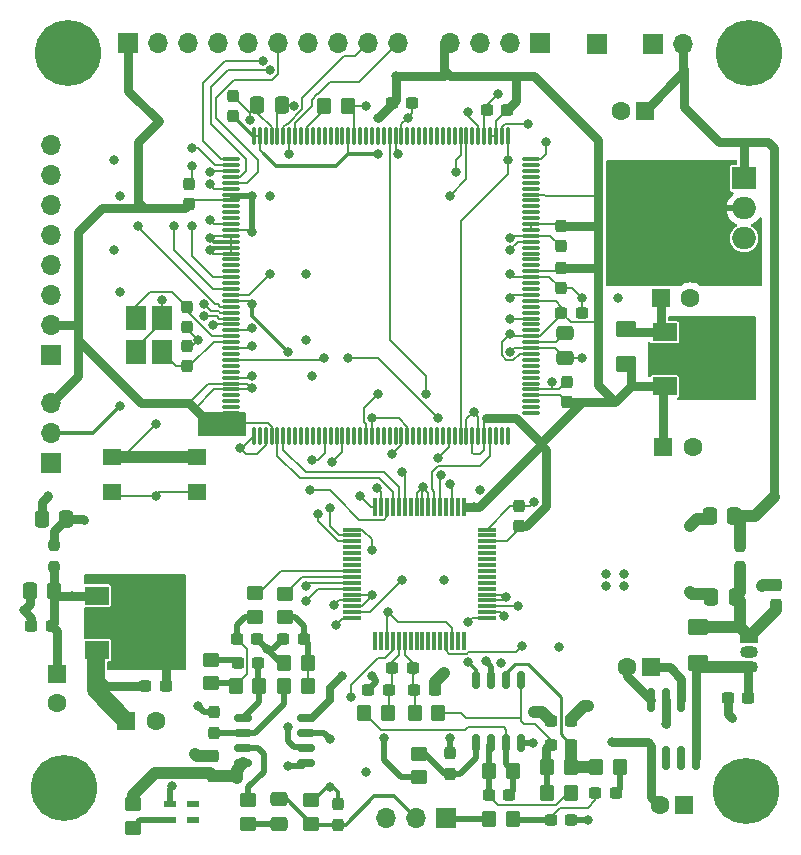
<source format=gbr>
%TF.GenerationSoftware,KiCad,Pcbnew,7.0.2*%
%TF.CreationDate,2023-11-01T23:53:07+01:00*%
%TF.ProjectId,stm_audio_board_V2,73746d5f-6175-4646-996f-5f626f617264,rev?*%
%TF.SameCoordinates,Original*%
%TF.FileFunction,Copper,L1,Top*%
%TF.FilePolarity,Positive*%
%FSLAX46Y46*%
G04 Gerber Fmt 4.6, Leading zero omitted, Abs format (unit mm)*
G04 Created by KiCad (PCBNEW 7.0.2) date 2023-11-01 23:53:07*
%MOMM*%
%LPD*%
G01*
G04 APERTURE LIST*
G04 Aperture macros list*
%AMRoundRect*
0 Rectangle with rounded corners*
0 $1 Rounding radius*
0 $2 $3 $4 $5 $6 $7 $8 $9 X,Y pos of 4 corners*
0 Add a 4 corners polygon primitive as box body*
4,1,4,$2,$3,$4,$5,$6,$7,$8,$9,$2,$3,0*
0 Add four circle primitives for the rounded corners*
1,1,$1+$1,$2,$3*
1,1,$1+$1,$4,$5*
1,1,$1+$1,$6,$7*
1,1,$1+$1,$8,$9*
0 Add four rect primitives between the rounded corners*
20,1,$1+$1,$2,$3,$4,$5,0*
20,1,$1+$1,$4,$5,$6,$7,0*
20,1,$1+$1,$6,$7,$8,$9,0*
20,1,$1+$1,$8,$9,$2,$3,0*%
G04 Aperture macros list end*
%TA.AperFunction,SMDPad,CuDef*%
%ADD10R,1.725000X2.100000*%
%TD*%
%TA.AperFunction,SMDPad,CuDef*%
%ADD11RoundRect,0.237500X0.300000X0.237500X-0.300000X0.237500X-0.300000X-0.237500X0.300000X-0.237500X0*%
%TD*%
%TA.AperFunction,SMDPad,CuDef*%
%ADD12RoundRect,0.250000X-0.350000X-0.450000X0.350000X-0.450000X0.350000X0.450000X-0.350000X0.450000X0*%
%TD*%
%TA.AperFunction,SMDPad,CuDef*%
%ADD13RoundRect,0.237500X0.237500X-0.300000X0.237500X0.300000X-0.237500X0.300000X-0.237500X-0.300000X0*%
%TD*%
%TA.AperFunction,SMDPad,CuDef*%
%ADD14RoundRect,0.237500X-0.237500X0.300000X-0.237500X-0.300000X0.237500X-0.300000X0.237500X0.300000X0*%
%TD*%
%TA.AperFunction,ComponentPad*%
%ADD15C,5.600000*%
%TD*%
%TA.AperFunction,ComponentPad*%
%ADD16R,2.000000X1.905000*%
%TD*%
%TA.AperFunction,ComponentPad*%
%ADD17O,2.000000X1.905000*%
%TD*%
%TA.AperFunction,SMDPad,CuDef*%
%ADD18RoundRect,0.250000X0.337500X0.475000X-0.337500X0.475000X-0.337500X-0.475000X0.337500X-0.475000X0*%
%TD*%
%TA.AperFunction,ComponentPad*%
%ADD19R,1.500000X1.050000*%
%TD*%
%TA.AperFunction,ComponentPad*%
%ADD20O,1.500000X1.050000*%
%TD*%
%TA.AperFunction,SMDPad,CuDef*%
%ADD21RoundRect,0.150000X0.625000X0.150000X-0.625000X0.150000X-0.625000X-0.150000X0.625000X-0.150000X0*%
%TD*%
%TA.AperFunction,SMDPad,CuDef*%
%ADD22RoundRect,0.150000X-0.150000X0.625000X-0.150000X-0.625000X0.150000X-0.625000X0.150000X0.625000X0*%
%TD*%
%TA.AperFunction,SMDPad,CuDef*%
%ADD23RoundRect,0.250001X-0.624999X0.462499X-0.624999X-0.462499X0.624999X-0.462499X0.624999X0.462499X0*%
%TD*%
%TA.AperFunction,SMDPad,CuDef*%
%ADD24RoundRect,0.237500X-0.300000X-0.237500X0.300000X-0.237500X0.300000X0.237500X-0.300000X0.237500X0*%
%TD*%
%TA.AperFunction,ComponentPad*%
%ADD25R,1.700000X1.700000*%
%TD*%
%TA.AperFunction,SMDPad,CuDef*%
%ADD26RoundRect,0.075000X-0.675000X-0.075000X0.675000X-0.075000X0.675000X0.075000X-0.675000X0.075000X0*%
%TD*%
%TA.AperFunction,SMDPad,CuDef*%
%ADD27RoundRect,0.075000X-0.075000X-0.675000X0.075000X-0.675000X0.075000X0.675000X-0.075000X0.675000X0*%
%TD*%
%TA.AperFunction,ComponentPad*%
%ADD28O,1.700000X1.700000*%
%TD*%
%TA.AperFunction,SMDPad,CuDef*%
%ADD29RoundRect,0.250000X0.450000X-0.350000X0.450000X0.350000X-0.450000X0.350000X-0.450000X-0.350000X0*%
%TD*%
%TA.AperFunction,SMDPad,CuDef*%
%ADD30RoundRect,0.250000X-0.450000X0.350000X-0.450000X-0.350000X0.450000X-0.350000X0.450000X0.350000X0*%
%TD*%
%TA.AperFunction,SMDPad,CuDef*%
%ADD31RoundRect,0.237500X-0.237500X0.250000X-0.237500X-0.250000X0.237500X-0.250000X0.237500X0.250000X0*%
%TD*%
%TA.AperFunction,SMDPad,CuDef*%
%ADD32RoundRect,0.250000X0.350000X0.450000X-0.350000X0.450000X-0.350000X-0.450000X0.350000X-0.450000X0*%
%TD*%
%TA.AperFunction,SMDPad,CuDef*%
%ADD33R,1.000000X0.600000*%
%TD*%
%TA.AperFunction,SMDPad,CuDef*%
%ADD34R,1.600000X1.400000*%
%TD*%
%TA.AperFunction,SMDPad,CuDef*%
%ADD35RoundRect,0.150000X-0.150000X0.825000X-0.150000X-0.825000X0.150000X-0.825000X0.150000X0.825000X0*%
%TD*%
%TA.AperFunction,SMDPad,CuDef*%
%ADD36RoundRect,0.075000X0.700000X0.075000X-0.700000X0.075000X-0.700000X-0.075000X0.700000X-0.075000X0*%
%TD*%
%TA.AperFunction,SMDPad,CuDef*%
%ADD37RoundRect,0.075000X0.075000X0.700000X-0.075000X0.700000X-0.075000X-0.700000X0.075000X-0.700000X0*%
%TD*%
%TA.AperFunction,SMDPad,CuDef*%
%ADD38RoundRect,0.250000X0.475000X-0.337500X0.475000X0.337500X-0.475000X0.337500X-0.475000X-0.337500X0*%
%TD*%
%TA.AperFunction,SMDPad,CuDef*%
%ADD39R,2.000000X1.500000*%
%TD*%
%TA.AperFunction,SMDPad,CuDef*%
%ADD40R,2.000000X3.800000*%
%TD*%
%TA.AperFunction,SMDPad,CuDef*%
%ADD41RoundRect,0.250000X-0.475000X0.337500X-0.475000X-0.337500X0.475000X-0.337500X0.475000X0.337500X0*%
%TD*%
%TA.AperFunction,ComponentPad*%
%ADD42R,1.600000X1.600000*%
%TD*%
%TA.AperFunction,ComponentPad*%
%ADD43C,1.600000*%
%TD*%
%TA.AperFunction,ViaPad*%
%ADD44C,0.800000*%
%TD*%
%TA.AperFunction,Conductor*%
%ADD45C,0.200000*%
%TD*%
%TA.AperFunction,Conductor*%
%ADD46C,0.508000*%
%TD*%
%TA.AperFunction,Conductor*%
%ADD47C,0.762000*%
%TD*%
%TA.AperFunction,Conductor*%
%ADD48C,0.304800*%
%TD*%
%TA.AperFunction,Conductor*%
%ADD49C,1.016000*%
%TD*%
%TA.AperFunction,Conductor*%
%ADD50C,0.250000*%
%TD*%
%TA.AperFunction,Conductor*%
%ADD51C,1.524000*%
%TD*%
%TA.AperFunction,Conductor*%
%ADD52C,0.635000*%
%TD*%
G04 APERTURE END LIST*
D10*
%TO.P,Y2,1,1*%
%TO.N,OSC0*%
X193405000Y-72284000D03*
%TO.P,Y2,2,2*%
%TO.N,GND*%
X193405000Y-75184000D03*
%TO.P,Y2,3,3*%
%TO.N,OSC1*%
X195580000Y-75184000D03*
%TO.P,Y2,4,4*%
%TO.N,GND*%
X195580000Y-72284000D03*
%TD*%
D11*
%TO.P,C39,1*%
%TO.N,Net-(U2B-+)*%
X203714346Y-101487000D03*
%TO.P,C39,2*%
%TO.N,Net-(C39-Pad2)*%
X201989346Y-101487000D03*
%TD*%
%TO.P,C8,1*%
%TO.N,+3.3V*%
X224819500Y-54687000D03*
%TO.P,C8,2*%
%TO.N,GND*%
X223094500Y-54687000D03*
%TD*%
D12*
%TO.P,R14,1*%
%TO.N,Net-(U2B--)*%
X205931000Y-103457000D03*
%TO.P,R14,2*%
%TO.N,Net-(C23-Pad1)*%
X207931000Y-103457000D03*
%TD*%
D13*
%TO.P,C18,1*%
%TO.N,Net-(U4B-+)*%
X219953000Y-110885500D03*
%TO.P,C18,2*%
%TO.N,GND*%
X219953000Y-109160500D03*
%TD*%
D14*
%TO.P,C38,1*%
%TO.N,GND*%
X199959568Y-105676500D03*
%TO.P,C38,2*%
%TO.N,Net-(U2B--)*%
X199959568Y-107401500D03*
%TD*%
D15*
%TO.P,H2,1,1*%
%TO.N,GND*%
X245003000Y-112333000D03*
%TD*%
D13*
%TO.P,C35,1*%
%TO.N,+3.3V*%
X197859000Y-62687500D03*
%TO.P,C35,2*%
%TO.N,GND*%
X197859000Y-60962500D03*
%TD*%
D14*
%TO.P,C43,1*%
%TO.N,GND*%
X210495000Y-113462500D03*
%TO.P,C43,2*%
%TO.N,GUITAR_OUT_L{slash}MONO*%
X210495000Y-115187500D03*
%TD*%
D16*
%TO.P,U3,1,IN*%
%TO.N,PWR_INPUT_12V-18V*%
X244877000Y-60471000D03*
D17*
%TO.P,U3,2,GND*%
%TO.N,GND*%
X244877000Y-63011000D03*
%TO.P,U3,3,OUT*%
%TO.N,5V*%
X244877000Y-65551000D03*
%TD*%
D11*
%TO.P,C20,1*%
%TO.N,Net-(U4A--)*%
X230247500Y-108421000D03*
%TO.P,C20,2*%
%TO.N,Net-(C20-Pad2)*%
X228522500Y-108421000D03*
%TD*%
D18*
%TO.P,C69,1*%
%TO.N,PWR_INPUT_12V-18V*%
X244058500Y-89057000D03*
%TO.P,C69,2*%
%TO.N,GND*%
X241983500Y-89057000D03*
%TD*%
D11*
%TO.P,C23,1*%
%TO.N,Net-(C23-Pad1)*%
X207593500Y-99455000D03*
%TO.P,C23,2*%
%TO.N,GND*%
X205868500Y-99455000D03*
%TD*%
D12*
%TO.P,R4,1*%
%TO.N,Net-(U4A--)*%
X232353000Y-110313000D03*
%TO.P,R4,2*%
%TO.N,Net-(C73-Pad1)*%
X234353000Y-110313000D03*
%TD*%
D19*
%TO.P,U6,1,IN*%
%TO.N,Net-(D3-K)*%
X245325000Y-99275000D03*
D20*
%TO.P,U6,2,GND*%
%TO.N,GND*%
X245325000Y-100545000D03*
%TO.P,U6,3,OUT*%
%TO.N,+9V*%
X245325000Y-101815000D03*
%TD*%
D13*
%TO.P,C81,1*%
%TO.N,+3.3V*%
X225843000Y-89913500D03*
%TO.P,C81,2*%
%TO.N,GND*%
X225843000Y-88188500D03*
%TD*%
D21*
%TO.P,U2,1*%
%TO.N,Net-(R23-Pad2)*%
X207822000Y-109986000D03*
%TO.P,U2,2,-*%
%TO.N,Net-(U2A--)*%
X207822000Y-108716000D03*
%TO.P,U2,3,+*%
%TO.N,Net-(U2A-+)*%
X207822000Y-107446000D03*
%TO.P,U2,4,V-*%
%TO.N,-9V*%
X207822000Y-106176000D03*
%TO.P,U2,5,+*%
%TO.N,Net-(U2B-+)*%
X202472000Y-106176000D03*
%TO.P,U2,6,-*%
%TO.N,Net-(U2B--)*%
X202472000Y-107446000D03*
%TO.P,U2,7*%
%TO.N,Net-(R17-Pad2)*%
X202472000Y-108716000D03*
%TO.P,U2,8,V+*%
%TO.N,+9V*%
X202472000Y-109986000D03*
%TD*%
D14*
%TO.P,C58,1*%
%TO.N,+3.3V*%
X229355000Y-68074500D03*
%TO.P,C58,2*%
%TO.N,GND*%
X229355000Y-69799500D03*
%TD*%
D22*
%TO.P,U4,1*%
%TO.N,Net-(C20-Pad2)*%
X226018000Y-102934000D03*
%TO.P,U4,2,-*%
%TO.N,Net-(U4A--)*%
X224748000Y-102934000D03*
%TO.P,U4,3,+*%
%TO.N,Net-(U4A-+)*%
X223478000Y-102934000D03*
%TO.P,U4,4,V-*%
%TO.N,-9V*%
X222208000Y-102934000D03*
%TO.P,U4,5,+*%
%TO.N,Net-(U4B-+)*%
X222208000Y-108284000D03*
%TO.P,U4,6,-*%
%TO.N,Net-(U4B--)*%
X223478000Y-108284000D03*
%TO.P,U4,7*%
%TO.N,Net-(C21-Pad2)*%
X224748000Y-108284000D03*
%TO.P,U4,8,V+*%
%TO.N,+9V*%
X226018000Y-108284000D03*
%TD*%
D23*
%TO.P,D5,1,K*%
%TO.N,5V*%
X234875000Y-73208500D03*
%TO.P,D5,2,A*%
%TO.N,+3.3V*%
X234875000Y-76183500D03*
%TD*%
D11*
%TO.P,C27,1*%
%TO.N,Net-(D2-K)*%
X186259500Y-98365000D03*
%TO.P,C27,2*%
%TO.N,GND*%
X184534500Y-98365000D03*
%TD*%
D24*
%TO.P,C30,1*%
%TO.N,+3.3VA*%
X194186500Y-103475000D03*
%TO.P,C30,2*%
%TO.N,GND*%
X195911500Y-103475000D03*
%TD*%
D11*
%TO.P,C22,1*%
%TO.N,GND*%
X203648654Y-99455000D03*
%TO.P,C22,2*%
%TO.N,Net-(C22-Pad2)*%
X201923654Y-99455000D03*
%TD*%
D25*
%TO.P,J4,1,Pin_1*%
%TO.N,TAP_TEMPO_INPUT*%
X232457000Y-49069000D03*
%TD*%
D13*
%TO.P,C48,1*%
%TO.N,Net-(D3-K)*%
X247555000Y-96629976D03*
%TO.P,C48,2*%
%TO.N,GND*%
X247555000Y-94904976D03*
%TD*%
D26*
%TO.P,U1,1,PE2*%
%TO.N,DISPLAY_SCK*%
X201447000Y-58846000D03*
%TO.P,U1,2,PE3*%
%TO.N,DISPLAY_CS*%
X201447000Y-59346000D03*
%TO.P,U1,3,PE4*%
%TO.N,DISPLAY_DC*%
X201447000Y-59846000D03*
%TO.P,U1,4,PE5*%
%TO.N,DISPLAY_MISO*%
X201447000Y-60346000D03*
%TO.P,U1,5,PE6*%
%TO.N,DISPLAY_MOSI*%
X201447000Y-60846000D03*
%TO.P,U1,6,VSS*%
%TO.N,GND*%
X201447000Y-61346000D03*
%TO.P,U1,7,VDD*%
%TO.N,+3.3V*%
X201447000Y-61846000D03*
%TO.P,U1,8,VBAT*%
X201447000Y-62346000D03*
%TO.P,U1,9,PC13*%
%TO.N,unconnected-(U1-PC13-Pad9)*%
X201447000Y-62846000D03*
%TO.P,U1,10,PC14*%
%TO.N,unconnected-(U1-PC14-Pad10)*%
X201447000Y-63346000D03*
%TO.P,U1,11,PC15*%
%TO.N,unconnected-(U1-PC15-Pad11)*%
X201447000Y-63846000D03*
%TO.P,U1,12,VSS*%
%TO.N,GND*%
X201447000Y-64346000D03*
%TO.P,U1,13,VDD*%
%TO.N,+3.3V*%
X201447000Y-64846000D03*
%TO.P,U1,14,VSSSMPS*%
%TO.N,GND*%
X201447000Y-65346000D03*
%TO.P,U1,15,VLXSMPS*%
X201447000Y-65846000D03*
%TO.P,U1,16,VDDSMPS*%
X201447000Y-66346000D03*
%TO.P,U1,17,VFBSMPS*%
X201447000Y-66846000D03*
%TO.P,U1,18,PF0*%
%TO.N,unconnected-(U1-PF0-Pad18)*%
X201447000Y-67346000D03*
%TO.P,U1,19,PF1*%
%TO.N,unconnected-(U1-PF1-Pad19)*%
X201447000Y-67846000D03*
%TO.P,U1,20,PF2*%
%TO.N,unconnected-(U1-PF2-Pad20)*%
X201447000Y-68346000D03*
%TO.P,U1,21,PF3*%
%TO.N,POT1*%
X201447000Y-68846000D03*
%TO.P,U1,22,PF4*%
%TO.N,unconnected-(U1-PF4-Pad22)*%
X201447000Y-69346000D03*
%TO.P,U1,23,PF5*%
%TO.N,POT2*%
X201447000Y-69846000D03*
%TO.P,U1,24,VSS*%
%TO.N,GND*%
X201447000Y-70346000D03*
%TO.P,U1,25,VDD*%
%TO.N,+3.3V*%
X201447000Y-70846000D03*
%TO.P,U1,26,PF6*%
%TO.N,POT3*%
X201447000Y-71346000D03*
%TO.P,U1,27,PF7*%
%TO.N,POT4*%
X201447000Y-71846000D03*
%TO.P,U1,28,PF8*%
%TO.N,POT5*%
X201447000Y-72346000D03*
%TO.P,U1,29,PF9*%
%TO.N,POT6*%
X201447000Y-72846000D03*
%TO.P,U1,30,PF10*%
%TO.N,POT_EXT*%
X201447000Y-73346000D03*
%TO.P,U1,31,PH0*%
%TO.N,OSC0*%
X201447000Y-73846000D03*
%TO.P,U1,32,PH1*%
%TO.N,OSC1*%
X201447000Y-74346000D03*
%TO.P,U1,33,NRST*%
%TO.N,/MCU/NRST*%
X201447000Y-74846000D03*
%TO.P,U1,34,PC0*%
%TO.N,unconnected-(U1-PC0-Pad34)*%
X201447000Y-75346000D03*
%TO.P,U1,35,PC1*%
%TO.N,AD1939_I2S2_SDO*%
X201447000Y-75846000D03*
%TO.P,U1,36,PC2_C*%
%TO.N,unconnected-(U1-PC2_C-Pad36)*%
X201447000Y-76346000D03*
%TO.P,U1,37,PC3_C*%
%TO.N,unconnected-(U1-PC3_C-Pad37)*%
X201447000Y-76846000D03*
%TO.P,U1,38,VSSA*%
%TO.N,GND*%
X201447000Y-77346000D03*
%TO.P,U1,39,VREF+*%
%TO.N,+3.3V*%
X201447000Y-77846000D03*
%TO.P,U1,40,VDDA*%
X201447000Y-78346000D03*
%TO.P,U1,41,PA0*%
%TO.N,unconnected-(U1-PA0-Pad41)*%
X201447000Y-78846000D03*
%TO.P,U1,42,PA1*%
%TO.N,unconnected-(U1-PA1-Pad42)*%
X201447000Y-79346000D03*
%TO.P,U1,43,PA2*%
%TO.N,unconnected-(U1-PA2-Pad43)*%
X201447000Y-79846000D03*
%TO.P,U1,44,VDD*%
%TO.N,+3.3V*%
X201447000Y-80346000D03*
D27*
%TO.P,U1,45,VSS*%
%TO.N,GND*%
X203372000Y-82271000D03*
%TO.P,U1,46,PA3*%
%TO.N,unconnected-(U1-PA3-Pad46)*%
X203872000Y-82271000D03*
%TO.P,U1,47,VSS*%
%TO.N,GND*%
X204372000Y-82271000D03*
%TO.P,U1,48,VDD*%
%TO.N,+3.3V*%
X204872000Y-82271000D03*
%TO.P,U1,49,PA4*%
%TO.N,AD1939_I2S1_WS*%
X205372000Y-82271000D03*
%TO.P,U1,50,PA5*%
%TO.N,AD1939_I2S1_CK*%
X205872000Y-82271000D03*
%TO.P,U1,51,PA6*%
%TO.N,unconnected-(U1-PA6-Pad51)*%
X206372000Y-82271000D03*
%TO.P,U1,52,PA7*%
%TO.N,unconnected-(U1-PA7-Pad52)*%
X206872000Y-82271000D03*
%TO.P,U1,53,PC4*%
%TO.N,unconnected-(U1-PC4-Pad53)*%
X207372000Y-82271000D03*
%TO.P,U1,54,PC5*%
%TO.N,unconnected-(U1-PC5-Pad54)*%
X207872000Y-82271000D03*
%TO.P,U1,55,PB0*%
%TO.N,unconnected-(U1-PB0-Pad55)*%
X208372000Y-82271000D03*
%TO.P,U1,56,PB1*%
%TO.N,unconnected-(U1-PB1-Pad56)*%
X208872000Y-82271000D03*
%TO.P,U1,57,PB2*%
%TO.N,AD1939_SPI3_MOSI*%
X209372000Y-82271000D03*
%TO.P,U1,58,PF11*%
%TO.N,unconnected-(U1-PF11-Pad58)*%
X209872000Y-82271000D03*
%TO.P,U1,59,PF12*%
%TO.N,unconnected-(U1-PF12-Pad59)*%
X210372000Y-82271000D03*
%TO.P,U1,60,PF13*%
%TO.N,AD1939_SPI_CS*%
X210872000Y-82271000D03*
%TO.P,U1,61,PF14*%
%TO.N,unconnected-(U1-PF14-Pad61)*%
X211372000Y-82271000D03*
%TO.P,U1,62,PF15*%
%TO.N,unconnected-(U1-PF15-Pad62)*%
X211872000Y-82271000D03*
%TO.P,U1,63,PG0*%
%TO.N,unconnected-(U1-PG0-Pad63)*%
X212372000Y-82271000D03*
%TO.P,U1,64,VSS*%
%TO.N,GND*%
X212872000Y-82271000D03*
%TO.P,U1,65,VDD*%
%TO.N,+3.3V*%
X213372000Y-82271000D03*
%TO.P,U1,66,PG1*%
%TO.N,unconnected-(U1-PG1-Pad66)*%
X213872000Y-82271000D03*
%TO.P,U1,67,PE7*%
%TO.N,unconnected-(U1-PE7-Pad67)*%
X214372000Y-82271000D03*
%TO.P,U1,68,PE8*%
%TO.N,unconnected-(U1-PE8-Pad68)*%
X214872000Y-82271000D03*
%TO.P,U1,69,PE9*%
%TO.N,unconnected-(U1-PE9-Pad69)*%
X215372000Y-82271000D03*
%TO.P,U1,70,VSS*%
%TO.N,GND*%
X215872000Y-82271000D03*
%TO.P,U1,71,VDD*%
%TO.N,+3.3V*%
X216372000Y-82271000D03*
%TO.P,U1,72,PE10*%
%TO.N,unconnected-(U1-PE10-Pad72)*%
X216872000Y-82271000D03*
%TO.P,U1,73,PE11*%
%TO.N,unconnected-(U1-PE11-Pad73)*%
X217372000Y-82271000D03*
%TO.P,U1,74,PE12*%
%TO.N,unconnected-(U1-PE12-Pad74)*%
X217872000Y-82271000D03*
%TO.P,U1,75,PE13*%
%TO.N,unconnected-(U1-PE13-Pad75)*%
X218372000Y-82271000D03*
%TO.P,U1,76,PE14*%
%TO.N,unconnected-(U1-PE14-Pad76)*%
X218872000Y-82271000D03*
%TO.P,U1,77,PE15*%
%TO.N,unconnected-(U1-PE15-Pad77)*%
X219372000Y-82271000D03*
%TO.P,U1,78,PB10*%
%TO.N,AD1939_I2S2_CK*%
X219872000Y-82271000D03*
%TO.P,U1,79,PB11*%
%TO.N,unconnected-(U1-PB11-Pad79)*%
X220372000Y-82271000D03*
%TO.P,U1,80,VCAP*%
%TO.N,Net-(C1-Pad1)*%
X220872000Y-82271000D03*
%TO.P,U1,81,VSS*%
%TO.N,GND*%
X221372000Y-82271000D03*
%TO.P,U1,82,VDDLDO*%
%TO.N,+3.3V*%
X221872000Y-82271000D03*
%TO.P,U1,83,VSS*%
%TO.N,GND*%
X222372000Y-82271000D03*
%TO.P,U1,84,VDD*%
%TO.N,+3.3V*%
X222872000Y-82271000D03*
%TO.P,U1,85,PB12*%
%TO.N,AD1939_I2S2_WS*%
X223372000Y-82271000D03*
%TO.P,U1,86,PB13*%
%TO.N,unconnected-(U1-PB13-Pad86)*%
X223872000Y-82271000D03*
%TO.P,U1,87,PB14*%
%TO.N,unconnected-(U1-PB14-Pad87)*%
X224372000Y-82271000D03*
%TO.P,U1,88,PB15*%
%TO.N,unconnected-(U1-PB15-Pad88)*%
X224872000Y-82271000D03*
D26*
%TO.P,U1,89,PD8*%
%TO.N,unconnected-(U1-PD8-Pad89)*%
X226797000Y-80346000D03*
%TO.P,U1,90,PD9*%
%TO.N,unconnected-(U1-PD9-Pad90)*%
X226797000Y-79846000D03*
%TO.P,U1,91,PD10*%
%TO.N,unconnected-(U1-PD10-Pad91)*%
X226797000Y-79346000D03*
%TO.P,U1,92,VDD*%
%TO.N,+3.3V*%
X226797000Y-78846000D03*
%TO.P,U1,93,VSS*%
%TO.N,GND*%
X226797000Y-78346000D03*
%TO.P,U1,94,PD11*%
%TO.N,unconnected-(U1-PD11-Pad94)*%
X226797000Y-77846000D03*
%TO.P,U1,95,PD12*%
%TO.N,unconnected-(U1-PD12-Pad95)*%
X226797000Y-77346000D03*
%TO.P,U1,96,PD13*%
%TO.N,unconnected-(U1-PD13-Pad96)*%
X226797000Y-76846000D03*
%TO.P,U1,97,PD14*%
%TO.N,unconnected-(U1-PD14-Pad97)*%
X226797000Y-76346000D03*
%TO.P,U1,98,PD15*%
%TO.N,unconnected-(U1-PD15-Pad98)*%
X226797000Y-75846000D03*
%TO.P,U1,99,VDD*%
%TO.N,+3.3V*%
X226797000Y-75346000D03*
%TO.P,U1,100,VSS*%
%TO.N,GND*%
X226797000Y-74846000D03*
%TO.P,U1,101,VCAPDSI*%
%TO.N,Net-(U1-VCAPDSI)*%
X226797000Y-74346000D03*
%TO.P,U1,102,VDD12DSI*%
%TO.N,+3.3V*%
X226797000Y-73846000D03*
%TO.P,U1,103,DSI_D0P*%
%TO.N,unconnected-(U1-DSI_D0P-Pad103)*%
X226797000Y-73346000D03*
%TO.P,U1,104,DSI_D0N*%
%TO.N,unconnected-(U1-DSI_D0N-Pad104)*%
X226797000Y-72846000D03*
%TO.P,U1,105,VSSDSI*%
%TO.N,GND*%
X226797000Y-72346000D03*
%TO.P,U1,106,DSI_CKP*%
%TO.N,unconnected-(U1-DSI_CKP-Pad106)*%
X226797000Y-71846000D03*
%TO.P,U1,107,DSI_CKN*%
%TO.N,unconnected-(U1-DSI_CKN-Pad107)*%
X226797000Y-71346000D03*
%TO.P,U1,108,VDD12DSI*%
%TO.N,+3.3V*%
X226797000Y-70846000D03*
%TO.P,U1,109,VSSDSI*%
%TO.N,GND*%
X226797000Y-70346000D03*
%TO.P,U1,110,PG2*%
%TO.N,unconnected-(U1-PG2-Pad110)*%
X226797000Y-69846000D03*
%TO.P,U1,111,PG3*%
%TO.N,unconnected-(U1-PG3-Pad111)*%
X226797000Y-69346000D03*
%TO.P,U1,112,VSS*%
%TO.N,GND*%
X226797000Y-68846000D03*
%TO.P,U1,113,VDD*%
%TO.N,+3.3V*%
X226797000Y-68346000D03*
%TO.P,U1,114,PG4*%
%TO.N,unconnected-(U1-PG4-Pad114)*%
X226797000Y-67846000D03*
%TO.P,U1,115,PG5*%
%TO.N,unconnected-(U1-PG5-Pad115)*%
X226797000Y-67346000D03*
%TO.P,U1,116,PG6*%
%TO.N,unconnected-(U1-PG6-Pad116)*%
X226797000Y-66846000D03*
%TO.P,U1,117,PG7*%
%TO.N,unconnected-(U1-PG7-Pad117)*%
X226797000Y-66346000D03*
%TO.P,U1,118,PG8*%
%TO.N,EXT_INT_BUTTON*%
X226797000Y-65846000D03*
%TO.P,U1,119,VSS*%
%TO.N,GND*%
X226797000Y-65346000D03*
%TO.P,U1,120,VDD50_USB*%
%TO.N,+3.3V*%
X226797000Y-64846000D03*
%TO.P,U1,121,VDD33_USB*%
X226797000Y-64346000D03*
%TO.P,U1,122,PC6*%
%TO.N,unconnected-(U1-PC6-Pad122)*%
X226797000Y-63846000D03*
%TO.P,U1,123,PC7*%
%TO.N,unconnected-(U1-PC7-Pad123)*%
X226797000Y-63346000D03*
%TO.P,U1,124,PC8*%
%TO.N,unconnected-(U1-PC8-Pad124)*%
X226797000Y-62846000D03*
%TO.P,U1,125,PC9*%
%TO.N,unconnected-(U1-PC9-Pad125)*%
X226797000Y-62346000D03*
%TO.P,U1,126,VDD*%
%TO.N,+3.3V*%
X226797000Y-61846000D03*
%TO.P,U1,127,PA8*%
%TO.N,unconnected-(U1-PA8-Pad127)*%
X226797000Y-61346000D03*
%TO.P,U1,128,PA9*%
%TO.N,unconnected-(U1-PA9-Pad128)*%
X226797000Y-60846000D03*
%TO.P,U1,129,PA10*%
%TO.N,unconnected-(U1-PA10-Pad129)*%
X226797000Y-60346000D03*
%TO.P,U1,130,PA11*%
%TO.N,unconnected-(U1-PA11-Pad130)*%
X226797000Y-59846000D03*
%TO.P,U1,131,PA12*%
%TO.N,unconnected-(U1-PA12-Pad131)*%
X226797000Y-59346000D03*
%TO.P,U1,132,PA13*%
%TO.N,SWDIO*%
X226797000Y-58846000D03*
D27*
%TO.P,U1,133,VCAP*%
%TO.N,Net-(C1-Pad1)*%
X224872000Y-56921000D03*
%TO.P,U1,134,VSS*%
%TO.N,GND*%
X224372000Y-56921000D03*
%TO.P,U1,135,VDDLDO*%
%TO.N,+3.3V*%
X223872000Y-56921000D03*
%TO.P,U1,136,VDD*%
X223372000Y-56921000D03*
%TO.P,U1,137,VSS*%
%TO.N,GND*%
X222872000Y-56921000D03*
%TO.P,U1,138,PA14*%
%TO.N,SWCLK*%
X222372000Y-56921000D03*
%TO.P,U1,139,PA15*%
%TO.N,unconnected-(U1-PA15-Pad139)*%
X221872000Y-56921000D03*
%TO.P,U1,140,PC10*%
%TO.N,AD1939_SPI3_CLK*%
X221372000Y-56921000D03*
%TO.P,U1,141,PC11*%
%TO.N,AD1939_SPI3_MISO*%
X220872000Y-56921000D03*
%TO.P,U1,142,PC12*%
%TO.N,unconnected-(U1-PC12-Pad142)*%
X220372000Y-56921000D03*
%TO.P,U1,143,PD0*%
%TO.N,unconnected-(U1-PD0-Pad143)*%
X219872000Y-56921000D03*
%TO.P,U1,144,PD1*%
%TO.N,unconnected-(U1-PD1-Pad144)*%
X219372000Y-56921000D03*
%TO.P,U1,145,PD2*%
%TO.N,unconnected-(U1-PD2-Pad145)*%
X218872000Y-56921000D03*
%TO.P,U1,146,PD3*%
%TO.N,unconnected-(U1-PD3-Pad146)*%
X218372000Y-56921000D03*
%TO.P,U1,147,PD4*%
%TO.N,unconnected-(U1-PD4-Pad147)*%
X217872000Y-56921000D03*
%TO.P,U1,148,PD5*%
%TO.N,unconnected-(U1-PD5-Pad148)*%
X217372000Y-56921000D03*
%TO.P,U1,149,PD6*%
%TO.N,unconnected-(U1-PD6-Pad149)*%
X216872000Y-56921000D03*
%TO.P,U1,150,PD7*%
%TO.N,unconnected-(U1-PD7-Pad150)*%
X216372000Y-56921000D03*
%TO.P,U1,151,VSS*%
%TO.N,GND*%
X215872000Y-56921000D03*
%TO.P,U1,152,VDD*%
%TO.N,+3.3V*%
X215372000Y-56921000D03*
%TO.P,U1,153,PG9*%
%TO.N,AD1939_I2S1_SDI*%
X214872000Y-56921000D03*
%TO.P,U1,154,PG10*%
%TO.N,unconnected-(U1-PG10-Pad154)*%
X214372000Y-56921000D03*
%TO.P,U1,155,PG11*%
%TO.N,unconnected-(U1-PG11-Pad155)*%
X213872000Y-56921000D03*
%TO.P,U1,156,PG12*%
%TO.N,unconnected-(U1-PG12-Pad156)*%
X213372000Y-56921000D03*
%TO.P,U1,157,PG13*%
%TO.N,unconnected-(U1-PG13-Pad157)*%
X212872000Y-56921000D03*
%TO.P,U1,158,PG14*%
%TO.N,unconnected-(U1-PG14-Pad158)*%
X212372000Y-56921000D03*
%TO.P,U1,159,VSS*%
%TO.N,GND*%
X211872000Y-56921000D03*
%TO.P,U1,160,VDD*%
%TO.N,+3.3V*%
X211372000Y-56921000D03*
%TO.P,U1,161,PG15*%
%TO.N,unconnected-(U1-PG15-Pad161)*%
X210872000Y-56921000D03*
%TO.P,U1,162,PB3*%
%TO.N,unconnected-(U1-PB3-Pad162)*%
X210372000Y-56921000D03*
%TO.P,U1,163,PB4*%
%TO.N,unconnected-(U1-PB4-Pad163)*%
X209872000Y-56921000D03*
%TO.P,U1,164,PB5*%
%TO.N,unconnected-(U1-PB5-Pad164)*%
X209372000Y-56921000D03*
%TO.P,U1,165,PB6*%
%TO.N,unconnected-(U1-PB6-Pad165)*%
X208872000Y-56921000D03*
%TO.P,U1,166,PB7*%
%TO.N,unconnected-(U1-PB7-Pad166)*%
X208372000Y-56921000D03*
%TO.P,U1,167,BOOT0*%
%TO.N,Net-(U1-BOOT0)*%
X207872000Y-56921000D03*
%TO.P,U1,168,PB8*%
%TO.N,unconnected-(U1-PB8-Pad168)*%
X207372000Y-56921000D03*
%TO.P,U1,169,PB9*%
%TO.N,TOUCH_IRQ*%
X206872000Y-56921000D03*
%TO.P,U1,170,PE0*%
%TO.N,DISPLAY_RST*%
X206372000Y-56921000D03*
%TO.P,U1,171,PE1*%
%TO.N,TOUCH_CS*%
X205872000Y-56921000D03*
%TO.P,U1,172,VCAP*%
%TO.N,Net-(C1-Pad1)*%
X205372000Y-56921000D03*
%TO.P,U1,173,VSS*%
%TO.N,GND*%
X204872000Y-56921000D03*
%TO.P,U1,174,PDR_ON*%
%TO.N,unconnected-(U1-PDR_ON-Pad174)*%
X204372000Y-56921000D03*
%TO.P,U1,175,VDDLDO*%
%TO.N,+3.3V*%
X203872000Y-56921000D03*
%TO.P,U1,176,VDD*%
X203372000Y-56921000D03*
%TD*%
D25*
%TO.P,J5,1,Pin_1*%
%TO.N,+3.3V*%
X192739000Y-48975000D03*
D28*
%TO.P,J5,2,Pin_2*%
%TO.N,GND*%
X195279000Y-48975000D03*
%TO.P,J5,3,Pin_3*%
%TO.N,DISPLAY_CS*%
X197819000Y-48975000D03*
%TO.P,J5,4,Pin_4*%
%TO.N,DISPLAY_RST*%
X200359000Y-48975000D03*
%TO.P,J5,5,Pin_5*%
%TO.N,DISPLAY_DC*%
X202899000Y-48975000D03*
%TO.P,J5,6,Pin_6*%
%TO.N,DISPLAY_MOSI*%
X205439000Y-48975000D03*
%TO.P,J5,7,Pin_7*%
%TO.N,DISPLAY_SCK*%
X207979000Y-48975000D03*
%TO.P,J5,8,Pin_8*%
%TO.N,DISPLAY_MISO*%
X210519000Y-48975000D03*
%TO.P,J5,9,Pin_9*%
%TO.N,TOUCH_CS*%
X213059000Y-48975000D03*
%TO.P,J5,10,Pin_10*%
%TO.N,TOUCH_IRQ*%
X215599000Y-48975000D03*
%TD*%
D13*
%TO.P,C31,1*%
%TO.N,GND*%
X197677000Y-73093500D03*
%TO.P,C31,2*%
%TO.N,OSC0*%
X197677000Y-71368500D03*
%TD*%
D23*
%TO.P,D3,1,K*%
%TO.N,Net-(D3-K)*%
X240937000Y-98493500D03*
%TO.P,D3,2,A*%
%TO.N,+9V*%
X240937000Y-101468500D03*
%TD*%
D14*
%TO.P,C37,1*%
%TO.N,GND*%
X197677000Y-74677834D03*
%TO.P,C37,2*%
%TO.N,OSC1*%
X197677000Y-76402834D03*
%TD*%
D13*
%TO.P,C78,1*%
%TO.N,+3.3V*%
X229863000Y-79451500D03*
%TO.P,C78,2*%
%TO.N,GND*%
X229863000Y-77726500D03*
%TD*%
%TO.P,C89,1*%
%TO.N,+9V*%
X199913000Y-111091500D03*
%TO.P,C89,2*%
%TO.N,GND*%
X199913000Y-109366500D03*
%TD*%
D12*
%TO.P,R1,1*%
%TO.N,Net-(U1-BOOT0)*%
X209328000Y-54356000D03*
%TO.P,R1,2*%
%TO.N,GND*%
X211328000Y-54356000D03*
%TD*%
D29*
%TO.P,R17,1*%
%TO.N,Net-(C42-Pad1)*%
X202911284Y-115125000D03*
%TO.P,R17,2*%
%TO.N,Net-(R17-Pad2)*%
X202911284Y-113125000D03*
%TD*%
D15*
%TO.P,H4,1,1*%
%TO.N,GND*%
X187599000Y-49887000D03*
%TD*%
D12*
%TO.P,R8,1*%
%TO.N,ADC1N*%
X217007000Y-105741000D03*
%TO.P,R8,2*%
%TO.N,Net-(C20-Pad2)*%
X219007000Y-105741000D03*
%TD*%
D30*
%TO.P,R27,1*%
%TO.N,DAC1L*%
X206031000Y-95641580D03*
%TO.P,R27,2*%
%TO.N,Net-(C23-Pad1)*%
X206031000Y-97641580D03*
%TD*%
D12*
%TO.P,R32,1*%
%TO.N,GND*%
X205931000Y-101521000D03*
%TO.P,R32,2*%
%TO.N,Net-(C23-Pad1)*%
X207931000Y-101521000D03*
%TD*%
%TO.P,R5,1*%
%TO.N,Net-(C20-Pad2)*%
X228185000Y-110351000D03*
%TO.P,R5,2*%
%TO.N,Net-(U4A--)*%
X230185000Y-110351000D03*
%TD*%
D24*
%TO.P,C60,1*%
%TO.N,+3.3V*%
X229412500Y-71845000D03*
%TO.P,C60,2*%
%TO.N,GND*%
X231137500Y-71845000D03*
%TD*%
D29*
%TO.P,R18,1*%
%TO.N,GUITAR_OUT_L{slash}MONO*%
X208254142Y-115125000D03*
%TO.P,R18,2*%
%TO.N,GND*%
X208254142Y-113125000D03*
%TD*%
D11*
%TO.P,C19,1*%
%TO.N,GND*%
X230247500Y-114819000D03*
%TO.P,C19,2*%
%TO.N,Net-(C19-Pad2)*%
X228522500Y-114819000D03*
%TD*%
D31*
%TO.P,FB4,1*%
%TO.N,5V*%
X186442000Y-91550500D03*
%TO.P,FB4,2*%
%TO.N,Net-(D2-K)*%
X186442000Y-93375500D03*
%TD*%
D11*
%TO.P,C73,1*%
%TO.N,Net-(C73-Pad1)*%
X234015500Y-112533000D03*
%TO.P,C73,2*%
%TO.N,Net-(C19-Pad2)*%
X232290500Y-112533000D03*
%TD*%
D15*
%TO.P,H3,1,1*%
%TO.N,GND*%
X245278000Y-49887000D03*
%TD*%
D32*
%TO.P,R7,1*%
%TO.N,Net-(C21-Pad2)*%
X225315000Y-110663000D03*
%TO.P,R7,2*%
%TO.N,Net-(U4B--)*%
X223315000Y-110663000D03*
%TD*%
D33*
%TO.P,D7,1,K*%
%TO.N,GND*%
X196258000Y-113487000D03*
%TO.P,D7,2,A*%
%TO.N,Net-(D7-A)*%
X196258000Y-114787000D03*
%TO.P,D7,3*%
%TO.N,N/C*%
X198258000Y-114787000D03*
%TO.P,D7,4*%
X198258000Y-113487000D03*
%TD*%
D29*
%TO.P,R31,1*%
%TO.N,Net-(C22-Pad2)*%
X199739568Y-103213846D03*
%TO.P,R31,2*%
%TO.N,Net-(C39-Pad2)*%
X199739568Y-101213846D03*
%TD*%
D11*
%TO.P,C24,1*%
%TO.N,GND*%
X218697500Y-103759000D03*
%TO.P,C24,2*%
%TO.N,ADC1N*%
X216972500Y-103759000D03*
%TD*%
D30*
%TO.P,R11,1*%
%TO.N,Net-(U4B-+)*%
X217391000Y-109175000D03*
%TO.P,R11,2*%
%TO.N,AD1939_CM*%
X217391000Y-111175000D03*
%TD*%
D14*
%TO.P,C3,1*%
%TO.N,+3.3V*%
X229355000Y-64518500D03*
%TO.P,C3,2*%
%TO.N,GND*%
X229355000Y-66243500D03*
%TD*%
D24*
%TO.P,C21,1*%
%TO.N,Net-(U4B--)*%
X223252500Y-112709000D03*
%TO.P,C21,2*%
%TO.N,Net-(C21-Pad2)*%
X224977500Y-112709000D03*
%TD*%
D34*
%TO.P,SW1,1,A*%
%TO.N,/MCU/NRST*%
X191369000Y-84063000D03*
X198569000Y-84063000D03*
%TO.P,SW1,2,B*%
%TO.N,GND*%
X191369000Y-87063000D03*
X198569000Y-87063000D03*
%TD*%
D15*
%TO.P,H1,1,1*%
%TO.N,GND*%
X187324000Y-112058000D03*
%TD*%
D18*
%TO.P,C104,1*%
%TO.N,5V*%
X187479500Y-89325000D03*
%TO.P,C104,2*%
%TO.N,GND*%
X185404500Y-89325000D03*
%TD*%
D13*
%TO.P,C12,1*%
%TO.N,+3.3V*%
X201605000Y-55223500D03*
%TO.P,C12,2*%
%TO.N,GND*%
X201605000Y-53498500D03*
%TD*%
D25*
%TO.P,J6,1,Pin_1*%
%TO.N,GND*%
X186229000Y-84563000D03*
D28*
%TO.P,J6,2,Pin_2*%
%TO.N,POT_EXT*%
X186229000Y-82023000D03*
%TO.P,J6,3,Pin_3*%
%TO.N,+3.3V*%
X186229000Y-79483000D03*
%TD*%
D35*
%TO.P,7660S1,1,BOOST*%
%TO.N,+9V*%
X240834000Y-104616000D03*
%TO.P,7660S1,2,CAP+*%
%TO.N,Net-(7660S1-CAP+)*%
X239564000Y-104616000D03*
%TO.P,7660S1,3,GND*%
%TO.N,GND*%
X238294000Y-104616000D03*
%TO.P,7660S1,4,CAP-*%
%TO.N,Net-(7660S1-CAP-)*%
X237024000Y-104616000D03*
%TO.P,7660S1,5,VOUT*%
%TO.N,-9V*%
X237024000Y-109566000D03*
%TO.P,7660S1,6,LV*%
%TO.N,unconnected-(7660S1-LV-Pad6)*%
X238294000Y-109566000D03*
%TO.P,7660S1,7,OSC*%
%TO.N,unconnected-(7660S1-OSC-Pad7)*%
X239564000Y-109566000D03*
%TO.P,7660S1,8,V+*%
%TO.N,+9V*%
X240834000Y-109566000D03*
%TD*%
D18*
%TO.P,C1,1*%
%TO.N,Net-(C1-Pad1)*%
X205715500Y-54250000D03*
%TO.P,C1,2*%
%TO.N,GND*%
X203640500Y-54250000D03*
%TD*%
D25*
%TO.P,J7,1,Pin_1*%
%TO.N,GND*%
X186229000Y-75455000D03*
D28*
%TO.P,J7,2,Pin_2*%
%TO.N,+3.3V*%
X186229000Y-72915000D03*
%TO.P,J7,3,Pin_3*%
%TO.N,POT6*%
X186229000Y-70375000D03*
%TO.P,J7,4,Pin_4*%
%TO.N,POT5*%
X186229000Y-67835000D03*
%TO.P,J7,5,Pin_5*%
%TO.N,POT4*%
X186229000Y-65295000D03*
%TO.P,J7,6,Pin_6*%
%TO.N,POT3*%
X186229000Y-62755000D03*
%TO.P,J7,7,Pin_7*%
%TO.N,POT2*%
X186229000Y-60215000D03*
%TO.P,J7,8,Pin_8*%
%TO.N,POT1*%
X186229000Y-57675000D03*
%TD*%
D36*
%TO.P,U11,1,AGND*%
%TO.N,GND*%
X223073000Y-97710000D03*
%TO.P,U11,2,MCLKI/XI*%
%TO.N,AD1939_MCLKI*%
X223073000Y-97210000D03*
%TO.P,U11,3,MCLKO/XO*%
%TO.N,AD1939_MCLKO*%
X223073000Y-96710000D03*
%TO.P,U11,4,AGND*%
%TO.N,GND*%
X223073000Y-96210000D03*
%TO.P,U11,5,AGND*%
X223073000Y-95710000D03*
%TO.P,U11,6,OL3P*%
%TO.N,unconnected-(U11A-OL3P-Pad6)*%
X223073000Y-95210000D03*
%TO.P,U11,7,OL3N*%
%TO.N,unconnected-(U11A-OL3N-Pad7)*%
X223073000Y-94710000D03*
%TO.P,U11,8,OR3P*%
%TO.N,unconnected-(U11A-OR3P-Pad8)*%
X223073000Y-94210000D03*
%TO.P,U11,9,OR3N*%
%TO.N,unconnected-(U11A-OR3N-Pad9)*%
X223073000Y-93710000D03*
%TO.P,U11,10,OL4P*%
%TO.N,unconnected-(U11A-OL4P-Pad10)*%
X223073000Y-93210000D03*
%TO.P,U11,11,OL4N*%
%TO.N,unconnected-(U11A-OL4N-Pad11)*%
X223073000Y-92710000D03*
%TO.P,U11,12,OR4P*%
%TO.N,unconnected-(U11A-OR4P-Pad12)*%
X223073000Y-92210000D03*
%TO.P,U11,13,OR4N*%
%TO.N,unconnected-(U11A-OR4N-Pad13)*%
X223073000Y-91710000D03*
%TO.P,U11,14,PD/RST*%
%TO.N,+3.3V*%
X223073000Y-91210000D03*
%TO.P,U11,15,DSDATA4*%
%TO.N,unconnected-(U11A-DSDATA4-Pad15)*%
X223073000Y-90710000D03*
%TO.P,U11,16,DGND*%
%TO.N,GND*%
X223073000Y-90210000D03*
D37*
%TO.P,U11,17,DVDD*%
%TO.N,+3.3V*%
X221148000Y-88285000D03*
%TO.P,U11,18,DADATA3*%
%TO.N,unconnected-(U11A-DADATA3-Pad18)*%
X220648000Y-88285000D03*
%TO.P,U11,19,DSDATA2*%
%TO.N,AD1939_I2S2_SDO*%
X220148000Y-88285000D03*
%TO.P,U11,20,DSDATA1*%
%TO.N,unconnected-(U11A-DSDATA1-Pad20)*%
X219648000Y-88285000D03*
%TO.P,U11,21,DBCLK*%
%TO.N,AD1939_I2S2_CK*%
X219148000Y-88285000D03*
%TO.P,U11,22,DLRCLK*%
%TO.N,AD1939_I2S2_WS*%
X218648000Y-88285000D03*
%TO.P,U11,23,VSUPPLY*%
%TO.N,GND*%
X218148000Y-88285000D03*
%TO.P,U11,24,VSENSE*%
X217648000Y-88285000D03*
%TO.P,U11,25,VDRIVE*%
X217148000Y-88285000D03*
%TO.P,U11,26,ASDATA2*%
%TO.N,unconnected-(U11A-ASDATA2-Pad26)*%
X216648000Y-88285000D03*
%TO.P,U11,27,ASDATA1*%
%TO.N,AD1939_I2S1_SDI*%
X216148000Y-88285000D03*
%TO.P,U11,28,ABCLK*%
%TO.N,AD1939_I2S1_CK*%
X215648000Y-88285000D03*
%TO.P,U11,29,ALRCLK*%
%TO.N,AD1939_I2S1_WS*%
X215148000Y-88285000D03*
%TO.P,U11,30,CIN*%
%TO.N,AD1939_SPI3_MOSI*%
X214648000Y-88285000D03*
%TO.P,U11,31,COUT*%
%TO.N,AD1939_SPI3_MISO*%
X214148000Y-88285000D03*
%TO.P,U11,32,DVDD*%
%TO.N,+3.3V*%
X213648000Y-88285000D03*
D36*
%TO.P,U11,33,DGND*%
%TO.N,GND*%
X211723000Y-90210000D03*
%TO.P,U11,34,CCLK*%
%TO.N,AD1939_SPI3_CLK*%
X211723000Y-90710000D03*
%TO.P,U11,35,CLATCH*%
%TO.N,AD1939_SPI_CS*%
X211723000Y-91210000D03*
%TO.P,U11,36,OL1P*%
%TO.N,unconnected-(U11A-OL1P-Pad36)*%
X211723000Y-91710000D03*
%TO.P,U11,37,OL1N*%
%TO.N,unconnected-(U11A-OL1N-Pad37)*%
X211723000Y-92210000D03*
%TO.P,U11,38,OR1P*%
%TO.N,unconnected-(U11A-OR1P-Pad38)*%
X211723000Y-92710000D03*
%TO.P,U11,39,OR1N*%
%TO.N,unconnected-(U11A-OR1N-Pad39)*%
X211723000Y-93210000D03*
%TO.P,U11,40,OL2P*%
%TO.N,DAC1R*%
X211723000Y-93710000D03*
%TO.P,U11,41,OL2N*%
%TO.N,DAC1L*%
X211723000Y-94210000D03*
%TO.P,U11,42,OR2P*%
%TO.N,DAC2R*%
X211723000Y-94710000D03*
%TO.P,U11,43,OR2N*%
%TO.N,DAC2L*%
X211723000Y-95210000D03*
%TO.P,U11,44,AGND*%
%TO.N,GND*%
X211723000Y-95710000D03*
%TO.P,U11,45,AVDD*%
%TO.N,+3.3VA*%
X211723000Y-96210000D03*
%TO.P,U11,46,AGND*%
%TO.N,GND*%
X211723000Y-96710000D03*
%TO.P,U11,47,FILTR*%
%TO.N,AD1939_FILTR*%
X211723000Y-97210000D03*
%TO.P,U11,48,AGND*%
%TO.N,GND*%
X211723000Y-97710000D03*
D37*
%TO.P,U11,49,NC*%
%TO.N,unconnected-(U11B-NC-Pad49)*%
X213648000Y-99635000D03*
%TO.P,U11,50,NC*%
%TO.N,unconnected-(U11B-NC-Pad50)*%
X214148000Y-99635000D03*
%TO.P,U11,51,AVDD*%
%TO.N,+3.3VA*%
X214648000Y-99635000D03*
%TO.P,U11,52,CM*%
%TO.N,AD1939_CM*%
X215148000Y-99635000D03*
%TO.P,U11,53,ADC1LP*%
%TO.N,ADC1P*%
X215648000Y-99635000D03*
%TO.P,U11,54,ADC1LN*%
%TO.N,ADC1N*%
X216148000Y-99635000D03*
%TO.P,U11,55,ADC1RP*%
%TO.N,unconnected-(U11A-ADC1RP-Pad55)*%
X216648000Y-99635000D03*
%TO.P,U11,56,ADC1RN*%
%TO.N,unconnected-(U11A-ADC1RN-Pad56)*%
X217148000Y-99635000D03*
%TO.P,U11,57,ADC2LP*%
%TO.N,unconnected-(U11A-ADC2LP-Pad57)*%
X217648000Y-99635000D03*
%TO.P,U11,58,ADC2LN*%
%TO.N,unconnected-(U11A-ADC2LN-Pad58)*%
X218148000Y-99635000D03*
%TO.P,U11,59,ADC2RP*%
%TO.N,unconnected-(U11A-ADC2RP-Pad59)*%
X218648000Y-99635000D03*
%TO.P,U11,60,ADC2RN*%
%TO.N,unconnected-(U11A-ADC2RN-Pad60)*%
X219148000Y-99635000D03*
%TO.P,U11,61,LF*%
%TO.N,AD1939_LF*%
X219648000Y-99635000D03*
%TO.P,U11,62,AVDD*%
%TO.N,+3.3VA*%
X220148000Y-99635000D03*
%TO.P,U11,63,NC*%
%TO.N,unconnected-(U11B-NC-Pad63)*%
X220648000Y-99635000D03*
%TO.P,U11,64,NC*%
%TO.N,unconnected-(U11B-NC-Pad64)*%
X221148000Y-99635000D03*
%TD*%
D30*
%TO.P,R28,1*%
%TO.N,+9V*%
X193109000Y-113441000D03*
%TO.P,R28,2*%
%TO.N,Net-(D7-A)*%
X193109000Y-115441000D03*
%TD*%
D38*
%TO.P,C42,1*%
%TO.N,Net-(C42-Pad1)*%
X205472426Y-115132500D03*
%TO.P,C42,2*%
%TO.N,GUITAR_OUT_L{slash}MONO*%
X205472426Y-113057500D03*
%TD*%
D30*
%TO.P,R30,1*%
%TO.N,DAC1R*%
X203486154Y-95599000D03*
%TO.P,R30,2*%
%TO.N,Net-(C22-Pad2)*%
X203486154Y-97599000D03*
%TD*%
D18*
%TO.P,C105,1*%
%TO.N,Net-(D2-K)*%
X186463500Y-95451000D03*
%TO.P,C105,2*%
%TO.N,GND*%
X184388500Y-95451000D03*
%TD*%
D24*
%TO.P,C51,1*%
%TO.N,ADC1P*%
X215092500Y-101951000D03*
%TO.P,C51,2*%
%TO.N,ADC1N*%
X216817500Y-101951000D03*
%TD*%
D32*
%TO.P,R9,1*%
%TO.N,ADC1P*%
X214723000Y-105741000D03*
%TO.P,R9,2*%
%TO.N,Net-(C21-Pad2)*%
X212723000Y-105741000D03*
%TD*%
D11*
%TO.P,C50,1*%
%TO.N,ADC1P*%
X214785500Y-103759000D03*
%TO.P,C50,2*%
%TO.N,GND*%
X213060500Y-103759000D03*
%TD*%
%TO.P,C75,1*%
%TO.N,+9V*%
X245207500Y-104463000D03*
%TO.P,C75,2*%
%TO.N,GND*%
X243482500Y-104463000D03*
%TD*%
D18*
%TO.P,C103,1*%
%TO.N,Net-(D3-K)*%
X244172500Y-95885000D03*
%TO.P,C103,2*%
%TO.N,GND*%
X242097500Y-95885000D03*
%TD*%
D32*
%TO.P,R6,1*%
%TO.N,Net-(U4B--)*%
X230185000Y-112539000D03*
%TO.P,R6,2*%
%TO.N,Net-(C20-Pad2)*%
X228185000Y-112539000D03*
%TD*%
D31*
%TO.P,FB3,1*%
%TO.N,PWR_INPUT_12V-18V*%
X244545000Y-91580500D03*
%TO.P,FB3,2*%
%TO.N,Net-(D3-K)*%
X244545000Y-93405500D03*
%TD*%
D39*
%TO.P,U9,1,VI*%
%TO.N,5V*%
X238144000Y-73498000D03*
%TO.P,U9,2,GND*%
%TO.N,GND*%
X238144000Y-75798000D03*
D40*
X244444000Y-75798000D03*
D39*
%TO.P,U9,3,VO*%
%TO.N,+3.3V*%
X238144000Y-78098000D03*
%TD*%
D24*
%TO.P,C5,1*%
%TO.N,+3.3V*%
X215072476Y-54061000D03*
%TO.P,C5,2*%
%TO.N,GND*%
X216797476Y-54061000D03*
%TD*%
D39*
%TO.P,U5,1,VI*%
%TO.N,Net-(D2-K)*%
X190075000Y-95813000D03*
%TO.P,U5,2,GND*%
%TO.N,GND*%
X190075000Y-98113000D03*
D40*
X196375000Y-98113000D03*
D39*
%TO.P,U5,3,VO*%
%TO.N,+3.3VA*%
X190075000Y-100413000D03*
%TD*%
D32*
%TO.P,R13,1*%
%TO.N,Net-(U2B-+)*%
X203842136Y-103457000D03*
%TO.P,R13,2*%
%TO.N,Net-(C22-Pad2)*%
X201842136Y-103457000D03*
%TD*%
D25*
%TO.P,J1,1,Pin_1*%
%TO.N,GND*%
X237187000Y-49127000D03*
D28*
%TO.P,J1,2,Pin_2*%
%TO.N,PWR_INPUT_12V-18V*%
X239727000Y-49127000D03*
%TD*%
D41*
%TO.P,C2,1*%
%TO.N,Net-(U1-VCAPDSI)*%
X229684000Y-73592500D03*
%TO.P,C2,2*%
%TO.N,GND*%
X229684000Y-75667500D03*
%TD*%
D25*
%TO.P,J2,1,Pin_1*%
%TO.N,GND*%
X227633000Y-48975000D03*
D28*
%TO.P,J2,2,Pin_2*%
%TO.N,SWDIO*%
X225093000Y-48975000D03*
%TO.P,J2,3,Pin_3*%
%TO.N,SWCLK*%
X222553000Y-48975000D03*
%TO.P,J2,4,Pin_4*%
%TO.N,+3.3V*%
X220013000Y-48975000D03*
%TD*%
D25*
%TO.P,J3,1,Pin_1*%
%TO.N,GUITAR_IN*%
X219613000Y-114601000D03*
D28*
%TO.P,J3,2,Pin_2*%
%TO.N,GUITAR_OUT_L{slash}MONO*%
X217073000Y-114601000D03*
%TO.P,J3,3,Pin_3*%
%TO.N,GUITAR_OUT_R*%
X214533000Y-114601000D03*
%TD*%
D12*
%TO.P,R26,1*%
%TO.N,GUITAR_IN*%
X223315000Y-114713000D03*
%TO.P,R26,2*%
%TO.N,Net-(C19-Pad2)*%
X225315000Y-114713000D03*
%TD*%
D24*
%TO.P,C90,1*%
%TO.N,+9V*%
X228514500Y-106389000D03*
%TO.P,C90,2*%
%TO.N,GND*%
X230239500Y-106389000D03*
%TD*%
D42*
%TO.P,C13,1*%
%TO.N,PWR_INPUT_12V-18V*%
X236498241Y-54733000D03*
D43*
%TO.P,C13,2*%
%TO.N,GND*%
X234498241Y-54733000D03*
%TD*%
D42*
%TO.P,C29,1*%
%TO.N,+3.3VA*%
X192583000Y-106401759D03*
D43*
%TO.P,C29,2*%
%TO.N,GND*%
X195083000Y-106401759D03*
%TD*%
D42*
%TO.P,C28,1*%
%TO.N,Net-(D2-K)*%
X186714241Y-102437000D03*
D43*
%TO.P,C28,2*%
%TO.N,GND*%
X186714241Y-104937000D03*
%TD*%
D42*
%TO.P,C70,1*%
%TO.N,5V*%
X237843000Y-70587759D03*
D43*
%TO.P,C70,2*%
%TO.N,GND*%
X240343000Y-70587759D03*
%TD*%
D42*
%TO.P,C76,1*%
%TO.N,Net-(7660S1-CAP+)*%
X237006241Y-101881000D03*
D43*
%TO.P,C76,2*%
%TO.N,Net-(7660S1-CAP-)*%
X235006241Y-101881000D03*
%TD*%
D42*
%TO.P,C77,1*%
%TO.N,GND*%
X239773000Y-113562241D03*
D43*
%TO.P,C77,2*%
%TO.N,-9V*%
X237773000Y-113562241D03*
%TD*%
D42*
%TO.P,C71,1*%
%TO.N,+3.3V*%
X238022241Y-83181000D03*
D43*
%TO.P,C71,2*%
%TO.N,GND*%
X240522241Y-83181000D03*
%TD*%
D44*
%TO.N,GND*%
X210312000Y-98298000D03*
X225044000Y-72346000D03*
X242316000Y-77216000D03*
X207772000Y-68580000D03*
X240284000Y-74676000D03*
X202184000Y-83312000D03*
X194056000Y-94996000D03*
X192024000Y-70104000D03*
X235712000Y-69088000D03*
X233172000Y-93980000D03*
X192532000Y-98044000D03*
X198120000Y-59436000D03*
X237744000Y-61976000D03*
X242316000Y-73152000D03*
X234696000Y-93980000D03*
X240284000Y-78740000D03*
X213360000Y-95758000D03*
X222504000Y-86868000D03*
X198374000Y-109220000D03*
X236220000Y-65024000D03*
X199644000Y-64008000D03*
X242824000Y-61976000D03*
X231140000Y-75692000D03*
X192532000Y-94996000D03*
X243840000Y-106172000D03*
X244348000Y-73152000D03*
X236220000Y-63500000D03*
X234188000Y-64008000D03*
X242824000Y-59944000D03*
X195580000Y-70803500D03*
X231648000Y-114808000D03*
X231137500Y-70612000D03*
X207772000Y-74168000D03*
X215075500Y-83820000D03*
X242316000Y-78740000D03*
X194056000Y-98044000D03*
X192024000Y-61976000D03*
X216408000Y-55372000D03*
X239268000Y-63500000D03*
X195072000Y-87376000D03*
X217678000Y-86614000D03*
X221488000Y-98044000D03*
X203200000Y-77216000D03*
X238252000Y-106680000D03*
X225044000Y-75184000D03*
X221996000Y-80264000D03*
X244348000Y-69088000D03*
X244348000Y-78740000D03*
X209804000Y-112014000D03*
X192532000Y-99568000D03*
X228600000Y-77724000D03*
X237744000Y-66548000D03*
X198628000Y-105156000D03*
X234188000Y-70612000D03*
X208280000Y-77216000D03*
X236220000Y-66548000D03*
X224274387Y-101505029D03*
X233680000Y-69088000D03*
X225044000Y-70612000D03*
X213360000Y-102616000D03*
X219456000Y-102362000D03*
X199644000Y-65532000D03*
X242316000Y-74676000D03*
X237744000Y-63500000D03*
X185928000Y-87376000D03*
X213868000Y-78740000D03*
X198628000Y-74168000D03*
X234696000Y-94996000D03*
X231648000Y-105156000D03*
X236220000Y-59944000D03*
X196437523Y-111960705D03*
X237744000Y-65024000D03*
X199644000Y-66548000D03*
X194056000Y-96520000D03*
X242824000Y-67564000D03*
X246380000Y-94996000D03*
X240284000Y-95504000D03*
X245872000Y-69088000D03*
X219964000Y-107887500D03*
X236220000Y-61976000D03*
X234188000Y-59944000D03*
X196088000Y-94996000D03*
X203008424Y-55563576D03*
X245872000Y-67564000D03*
X234188000Y-61976000D03*
X199644000Y-60960000D03*
X226568000Y-55880000D03*
X244348000Y-67564000D03*
X240284000Y-73152000D03*
X204470000Y-100330000D03*
X224028000Y-53340000D03*
X219456000Y-94488000D03*
X224698128Y-95918628D03*
X212852000Y-110744000D03*
X227076000Y-87884000D03*
X192532000Y-96520000D03*
X212852000Y-54356000D03*
X242824000Y-69088000D03*
X196596000Y-101092000D03*
X240284000Y-77216000D03*
X233172000Y-94996000D03*
X204724000Y-61976000D03*
X204724000Y-68580000D03*
X225044000Y-65532000D03*
X229209250Y-100177250D03*
X225044000Y-68580000D03*
X240284000Y-89916000D03*
X242316000Y-75798000D03*
X213360000Y-91948000D03*
X183896000Y-97028000D03*
X191516000Y-58928000D03*
X191516000Y-66548000D03*
X242824000Y-63500000D03*
X240284000Y-75798000D03*
X242824000Y-65024000D03*
%TO.N,DISPLAY_CS*%
X198120000Y-57912000D03*
%TO.N,DISPLAY_RST*%
X206360613Y-58420000D03*
%TO.N,DISPLAY_DC*%
X199644000Y-59944000D03*
%TO.N,DISPLAY_SCK*%
X204136671Y-50499267D03*
%TO.N,5V*%
X188976000Y-89408000D03*
%TO.N,Net-(D2-K)*%
X187960000Y-95813000D03*
%TO.N,DISPLAY_MISO*%
X204724000Y-51308000D03*
%TO.N,+3.3V*%
X206248000Y-75146500D03*
X221996000Y-88285000D03*
X203200000Y-65024000D03*
X203200000Y-71120000D03*
X213868000Y-55372000D03*
X195326000Y-55626000D03*
X215571500Y-58420000D03*
X203200000Y-61976000D03*
X225044000Y-73660000D03*
X199644000Y-81280000D03*
X215392000Y-51816000D03*
X212344000Y-87376000D03*
X213360000Y-80772000D03*
X203200000Y-78232000D03*
X213868000Y-58420000D03*
%TO.N,Net-(U4A-+)*%
X223012000Y-101346000D03*
%TO.N,AD1939_I2S2_SDO*%
X219938500Y-86360000D03*
X218948000Y-80772000D03*
X209296000Y-75692000D03*
X211328000Y-75692000D03*
%TO.N,AD1939_I2S1_SDI*%
X217932000Y-78740000D03*
X215900000Y-85344000D03*
%TO.N,AD1939_SPI3_MOSI*%
X208280000Y-84328000D03*
X208088500Y-86868000D03*
%TO.N,AD1939_I2S2_CK*%
X219188622Y-85584622D03*
X218948000Y-84136500D03*
%TO.N,AD1939_SPI3_CLK*%
X209804000Y-88392000D03*
X219964000Y-61976000D03*
%TO.N,AD1939_SPI3_MISO*%
X213763211Y-86656289D03*
X220472000Y-59944000D03*
%TO.N,AD1939_SPI_CS*%
X208788000Y-88900000D03*
X210005833Y-84529833D03*
%TO.N,AD1939_CM*%
X214376000Y-107887500D03*
X211601000Y-104413000D03*
%TO.N,+3.3VA*%
X210171622Y-96633622D03*
X189992000Y-102616000D03*
X214771000Y-97233494D03*
%TO.N,EXT_INT_BUTTON*%
X225044000Y-66548000D03*
%TO.N,AD1939_MCLKI*%
X224536000Y-97536000D03*
%TO.N,AD1939_MCLKO*%
X225742000Y-96710000D03*
%TO.N,AD1939_LF*%
X226060000Y-100076000D03*
%TO.N,+9V*%
X201930000Y-111252000D03*
X227025721Y-108254279D03*
X227076000Y-105664000D03*
%TO.N,-9V*%
X210820000Y-102616000D03*
X233680000Y-108204000D03*
X221491442Y-101403096D03*
%TO.N,AD1939_FILTR*%
X215900000Y-94488000D03*
%TO.N,SWDIO*%
X228092000Y-57404000D03*
%TO.N,SWCLK*%
X221488000Y-54864000D03*
%TO.N,DAC2R*%
X207772000Y-94996000D03*
%TO.N,DAC2L*%
X207772000Y-96266000D03*
%TO.N,Net-(R23-Pad2)*%
X206248000Y-110236000D03*
%TO.N,/MCU/NRST*%
X203200000Y-74676000D03*
X195072000Y-81280000D03*
%TO.N,POT5*%
X199136000Y-72136000D03*
%TO.N,POT1*%
X198120000Y-64516000D03*
%TO.N,POT6*%
X199884622Y-72911378D03*
%TO.N,POT2*%
X196596000Y-64516000D03*
%TO.N,POT3*%
X193548000Y-64516000D03*
%TO.N,POT_EXT*%
X192024000Y-79756000D03*
X203195076Y-73156924D03*
%TO.N,POT4*%
X199120535Y-71135465D03*
%TO.N,Net-(U2A-+)*%
X209804000Y-107950000D03*
%TO.N,Net-(U2A--)*%
X206248000Y-106934000D03*
%TO.N,Net-(C1-Pad1)*%
X224872000Y-58928000D03*
X206756000Y-54356000D03*
%TD*%
D45*
%TO.N,GND*%
X231115500Y-75667500D02*
X231140000Y-75692000D01*
D46*
X230247500Y-114819000D02*
X231637000Y-114819000D01*
D45*
X228862500Y-74846000D02*
X229684000Y-75667500D01*
X202692000Y-83820000D02*
X202184000Y-83312000D01*
X203070000Y-77346000D02*
X201447000Y-77346000D01*
X211872000Y-54900000D02*
X211872000Y-56921000D01*
D47*
X242316000Y-75798000D02*
X238144000Y-75798000D01*
D45*
X223094500Y-54687000D02*
X222872000Y-54909500D01*
D46*
X205661000Y-101521000D02*
X204470000Y-100330000D01*
D45*
X215872000Y-56921000D02*
X215872000Y-55908000D01*
X211328000Y-54356000D02*
X212852000Y-54356000D01*
D48*
X210058000Y-112014000D02*
X210495000Y-112451000D01*
D47*
X185404500Y-89325000D02*
X185404500Y-87899500D01*
D45*
X199830000Y-65346000D02*
X201447000Y-65346000D01*
X225310000Y-68846000D02*
X225044000Y-68580000D01*
D47*
X242316000Y-75798000D02*
X244444000Y-75798000D01*
D45*
X200030000Y-61346000D02*
X199644000Y-60960000D01*
D49*
X246471024Y-94904976D02*
X246380000Y-94996000D01*
D45*
X201447000Y-65346000D02*
X201447000Y-66846000D01*
X203200000Y-77216000D02*
X203070000Y-77346000D01*
X228401500Y-68846000D02*
X229355000Y-69799500D01*
X213360000Y-91041670D02*
X212528330Y-90210000D01*
X222872000Y-54909500D02*
X222872000Y-56921000D01*
D47*
X184534500Y-98365000D02*
X184534500Y-97666500D01*
D46*
X213683636Y-102939636D02*
X213360000Y-102616000D01*
D45*
X201447000Y-64346000D02*
X199982000Y-64346000D01*
X225094500Y-88188500D02*
X223073000Y-90210000D01*
D49*
X218697500Y-103759000D02*
X218697500Y-103120500D01*
D45*
X228457500Y-65346000D02*
X226797000Y-65346000D01*
X217648000Y-88285000D02*
X217648000Y-86644000D01*
X218148000Y-87084000D02*
X217678000Y-86614000D01*
X204724000Y-68580000D02*
X202958000Y-70346000D01*
X230325000Y-69799500D02*
X229355000Y-69799500D01*
X223073000Y-95710000D02*
X224489500Y-95710000D01*
X228600000Y-78346000D02*
X228600000Y-77724000D01*
X223073000Y-96210000D02*
X224406756Y-96210000D01*
X218148000Y-88285000D02*
X218148000Y-87084000D01*
D46*
X196258000Y-113487000D02*
X196258000Y-112140228D01*
D45*
X215872000Y-55908000D02*
X216408000Y-55372000D01*
X195385000Y-87063000D02*
X198569000Y-87063000D01*
X221822000Y-97710000D02*
X221488000Y-98044000D01*
X222372000Y-80640000D02*
X221996000Y-80264000D01*
X225230000Y-65346000D02*
X225044000Y-65532000D01*
X215872000Y-83051330D02*
X215103330Y-83820000D01*
D46*
X213683636Y-103135864D02*
X213060500Y-103759000D01*
D45*
X225382000Y-74846000D02*
X225044000Y-75184000D01*
X205868500Y-99455000D02*
X205853000Y-99455000D01*
X198120000Y-60701500D02*
X197859000Y-60962500D01*
X213360000Y-95758000D02*
X213312000Y-95710000D01*
X229243500Y-78346000D02*
X228600000Y-78346000D01*
X213360000Y-91948000D02*
X213360000Y-91041670D01*
X221372000Y-82271000D02*
X221372000Y-80888000D01*
X226797000Y-74846000D02*
X228862500Y-74846000D01*
X204372000Y-82271000D02*
X204372000Y-83051330D01*
X223073000Y-97710000D02*
X221822000Y-97710000D01*
X211723000Y-97710000D02*
X210900000Y-97710000D01*
X197677000Y-73217000D02*
X198628000Y-74168000D01*
X221372000Y-80888000D02*
X221996000Y-80264000D01*
X202958000Y-70346000D02*
X201447000Y-70346000D01*
D46*
X231637000Y-114819000D02*
X231648000Y-114808000D01*
D49*
X231322861Y-105156000D02*
X230239500Y-106239361D01*
D45*
X225843000Y-88188500D02*
X226771500Y-88188500D01*
D49*
X230239500Y-106239361D02*
X230239500Y-106389000D01*
D45*
X195580000Y-72284000D02*
X195580000Y-70803500D01*
D46*
X204978000Y-100330000D02*
X204470000Y-100330000D01*
D45*
X213360000Y-95878330D02*
X213360000Y-95758000D01*
X219953000Y-107898500D02*
X219964000Y-107887500D01*
D48*
X209550000Y-112014000D02*
X209804000Y-112014000D01*
D45*
X202184000Y-83312000D02*
X202331000Y-83312000D01*
X202331000Y-83312000D02*
X203372000Y-82271000D01*
X215103330Y-83820000D02*
X215075500Y-83820000D01*
X212528330Y-96710000D02*
X213360000Y-95878330D01*
D48*
X209804000Y-112014000D02*
X210058000Y-112014000D01*
D45*
X203008424Y-54901924D02*
X201605000Y-53498500D01*
D46*
X213683636Y-103135864D02*
X213683636Y-102939636D01*
D45*
X217148000Y-87144000D02*
X217678000Y-86614000D01*
D48*
X210495000Y-112451000D02*
X210495000Y-113462500D01*
D45*
X226797000Y-65346000D02*
X225230000Y-65346000D01*
X203640500Y-54250000D02*
X203640500Y-54909170D01*
X203008424Y-55563576D02*
X203008424Y-54882076D01*
X231137500Y-70612000D02*
X231137500Y-71337000D01*
X199644000Y-65532000D02*
X199830000Y-65346000D01*
D46*
X199148500Y-105676500D02*
X198628000Y-105156000D01*
D45*
X203008424Y-54882076D02*
X203640500Y-54250000D01*
D48*
X199846000Y-66346000D02*
X199644000Y-66548000D01*
D49*
X241983500Y-95661000D02*
X240441000Y-95661000D01*
D45*
X211723000Y-96710000D02*
X212534000Y-96710000D01*
X225044000Y-72346000D02*
X226797000Y-72346000D01*
D47*
X184388500Y-95451000D02*
X184388500Y-96535500D01*
D45*
X198120000Y-59436000D02*
X198120000Y-60701500D01*
D49*
X231322861Y-105156000D02*
X231648000Y-105156000D01*
D45*
X197859000Y-60962500D02*
X198242500Y-61346000D01*
X203640500Y-54909170D02*
X204872000Y-56140670D01*
X195580000Y-72671500D02*
X195580000Y-72284000D01*
D47*
X185404500Y-87899500D02*
X185928000Y-87376000D01*
D49*
X198520500Y-109366500D02*
X198374000Y-109220000D01*
D45*
X197677000Y-73093500D02*
X197677000Y-73217000D01*
X198118166Y-74677834D02*
X198628000Y-74168000D01*
X226797000Y-68846000D02*
X228401500Y-68846000D01*
X225843000Y-88188500D02*
X225094500Y-88188500D01*
X203648654Y-99455000D02*
X203648654Y-99508654D01*
X226797000Y-68846000D02*
X225310000Y-68846000D01*
X215872000Y-82271000D02*
X215872000Y-83051330D01*
D48*
X199958000Y-65846000D02*
X199644000Y-65532000D01*
D45*
X222372000Y-82271000D02*
X222372000Y-80640000D01*
D46*
X199148500Y-105676500D02*
X199959568Y-105676500D01*
D45*
X225044000Y-70612000D02*
X225310000Y-70346000D01*
X195072000Y-87376000D02*
X191682000Y-87376000D01*
D49*
X240919000Y-89281000D02*
X240284000Y-89916000D01*
D45*
X204872000Y-56140670D02*
X204872000Y-56921000D01*
D46*
X219953000Y-109160500D02*
X219953000Y-107898500D01*
D49*
X199913000Y-109366500D02*
X198520500Y-109366500D01*
D47*
X243482500Y-105814500D02*
X243840000Y-106172000D01*
D46*
X203648654Y-99508654D02*
X204470000Y-100330000D01*
D49*
X242097500Y-89281000D02*
X240919000Y-89281000D01*
D45*
X213312000Y-95710000D02*
X211723000Y-95710000D01*
X224641670Y-55871000D02*
X226559000Y-55871000D01*
X224406756Y-96210000D02*
X224698128Y-95918628D01*
X223094500Y-54687000D02*
X223094500Y-54273500D01*
D48*
X208439000Y-113125000D02*
X209550000Y-112014000D01*
D45*
X201447000Y-66846000D02*
X199942000Y-66846000D01*
X199982000Y-64346000D02*
X199644000Y-64008000D01*
D47*
X195911500Y-101776500D02*
X196596000Y-101092000D01*
D45*
X216797476Y-54061000D02*
X216797476Y-54982524D01*
X224372000Y-56140670D02*
X224641670Y-55871000D01*
X197677000Y-74677834D02*
X198118166Y-74677834D01*
D49*
X247555000Y-94904976D02*
X246471024Y-94904976D01*
D45*
X204372000Y-83051330D02*
X203603330Y-83820000D01*
X193405000Y-74846500D02*
X195580000Y-72671500D01*
X231137500Y-70612000D02*
X230325000Y-69799500D01*
X217678000Y-88255000D02*
X217648000Y-88285000D01*
X217148000Y-88285000D02*
X217148000Y-87144000D01*
X203008424Y-55563576D02*
X203008424Y-54901924D01*
D46*
X205853000Y-99455000D02*
X204978000Y-100330000D01*
D48*
X208254142Y-113125000D02*
X208439000Y-113125000D01*
D45*
X201447000Y-61346000D02*
X200030000Y-61346000D01*
X203603330Y-83820000D02*
X202692000Y-83820000D01*
X225310000Y-70346000D02*
X226797000Y-70346000D01*
X193405000Y-75184000D02*
X193405000Y-74846500D01*
X229684000Y-75667500D02*
X231115500Y-75667500D01*
X226797000Y-74846000D02*
X225382000Y-74846000D01*
D47*
X184388500Y-96535500D02*
X183896000Y-97028000D01*
X184534500Y-97666500D02*
X183896000Y-97028000D01*
D45*
X196258000Y-112140228D02*
X196437523Y-111960705D01*
X212872000Y-82271000D02*
X212872000Y-81300000D01*
X212660000Y-79948000D02*
X213868000Y-78740000D01*
X191682000Y-87376000D02*
X191369000Y-87063000D01*
X212528330Y-90210000D02*
X211723000Y-90210000D01*
X199942000Y-66846000D02*
X199644000Y-66548000D01*
X229863000Y-77726500D02*
X229243500Y-78346000D01*
D49*
X240441000Y-95661000D02*
X240284000Y-95504000D01*
D48*
X201447000Y-65846000D02*
X199958000Y-65846000D01*
X201447000Y-66346000D02*
X199846000Y-66346000D01*
D45*
X205931000Y-101521000D02*
X205661000Y-101521000D01*
X224489500Y-95710000D02*
X224698128Y-95918628D01*
X224372000Y-56921000D02*
X224372000Y-56140670D01*
D47*
X185404500Y-89325000D02*
X185420000Y-89309500D01*
X195911500Y-103475000D02*
X195911500Y-101776500D01*
D45*
X226559000Y-55871000D02*
X226568000Y-55880000D01*
X223094500Y-54273500D02*
X224028000Y-53340000D01*
D47*
X238294000Y-106638000D02*
X238252000Y-106680000D01*
D45*
X212872000Y-81300000D02*
X212660000Y-81088000D01*
X211328000Y-54356000D02*
X211872000Y-54900000D01*
X216797476Y-54982524D02*
X216408000Y-55372000D01*
X212660000Y-81088000D02*
X212660000Y-79948000D01*
X217648000Y-86644000D02*
X217678000Y-86614000D01*
X229355000Y-66243500D02*
X228457500Y-65346000D01*
X211723000Y-96710000D02*
X212528330Y-96710000D01*
D47*
X238294000Y-104616000D02*
X238294000Y-106638000D01*
D45*
X210900000Y-97710000D02*
X210312000Y-98298000D01*
X226771500Y-88188500D02*
X227076000Y-87884000D01*
D49*
X218697500Y-103120500D02*
X219456000Y-102362000D01*
D45*
X195072000Y-87376000D02*
X195385000Y-87063000D01*
D47*
X243482500Y-104463000D02*
X243482500Y-105814500D01*
D45*
X228600000Y-78346000D02*
X226797000Y-78346000D01*
%TO.N,Net-(U1-BOOT0)*%
X207872000Y-56140670D02*
X207872000Y-56921000D01*
X209328000Y-54356000D02*
X209328000Y-54684670D01*
X209328000Y-54684670D02*
X207872000Y-56140670D01*
%TO.N,DISPLAY_CS*%
X198120000Y-57912000D02*
X198628000Y-57912000D01*
X200062000Y-59346000D02*
X201447000Y-59346000D01*
X198628000Y-57912000D02*
X200062000Y-59346000D01*
%TO.N,DISPLAY_RST*%
X206360613Y-56932387D02*
X206372000Y-56921000D01*
X206360613Y-58420000D02*
X206360613Y-56932387D01*
%TO.N,DISPLAY_DC*%
X199644000Y-59944000D02*
X199742000Y-59846000D01*
X199742000Y-59846000D02*
X201447000Y-59846000D01*
X202899000Y-48975000D02*
X202899000Y-49022000D01*
%TO.N,DISPLAY_MOSI*%
X204916000Y-52132000D02*
X201673860Y-52132000D01*
X202806000Y-60846000D02*
X201447000Y-60846000D01*
X201673860Y-52132000D02*
X200152000Y-53653860D01*
X200152000Y-53653860D02*
X200152000Y-55342667D01*
X203708000Y-59944000D02*
X202806000Y-60846000D01*
X203708000Y-58898667D02*
X203708000Y-59944000D01*
X205439000Y-51609000D02*
X204916000Y-52132000D01*
X200152000Y-55342667D02*
X203708000Y-58898667D01*
X205439000Y-48975000D02*
X205439000Y-51609000D01*
%TO.N,DISPLAY_SCK*%
X200960733Y-50499267D02*
X204136671Y-50499267D01*
X199083453Y-57351453D02*
X199083453Y-52376547D01*
X201447000Y-58846000D02*
X200578000Y-58846000D01*
X200578000Y-58846000D02*
X199083453Y-57351453D01*
X199083453Y-52376547D02*
X200960733Y-50499267D01*
D47*
%TO.N,5V*%
X237843000Y-73197000D02*
X238144000Y-73498000D01*
X188893000Y-89325000D02*
X188976000Y-89408000D01*
X187479500Y-89325000D02*
X188893000Y-89325000D01*
X237843000Y-70587759D02*
X237843000Y-73197000D01*
X235164500Y-73498000D02*
X234875000Y-73208500D01*
X186442000Y-90362500D02*
X187479500Y-89325000D01*
X186442000Y-91550500D02*
X186442000Y-90362500D01*
X238144000Y-73498000D02*
X235164500Y-73498000D01*
%TO.N,Net-(D2-K)*%
X186714241Y-102437000D02*
X186714241Y-98819741D01*
X190075000Y-95813000D02*
X187960000Y-95813000D01*
X187960000Y-95813000D02*
X186825500Y-95813000D01*
X186442000Y-95429500D02*
X186463500Y-95451000D01*
X186442000Y-93375500D02*
X186442000Y-95429500D01*
X186463500Y-98161000D02*
X186259500Y-98365000D01*
X186825500Y-95813000D02*
X186463500Y-95451000D01*
X186714241Y-98819741D02*
X186259500Y-98365000D01*
X186463500Y-95451000D02*
X186463500Y-98161000D01*
D45*
%TO.N,DISPLAY_MISO*%
X201168000Y-51308000D02*
X199752000Y-52724000D01*
X202692000Y-58810670D02*
X202692000Y-59881330D01*
X199752000Y-52724000D02*
X199752000Y-55870670D01*
X202692000Y-59881330D02*
X202227330Y-60346000D01*
X199752000Y-55870670D02*
X202692000Y-58810670D01*
X202227330Y-60346000D02*
X201447000Y-60346000D01*
X204724000Y-51308000D02*
X201168000Y-51308000D01*
D47*
%TO.N,Net-(7660S1-CAP+)*%
X238568241Y-101881000D02*
X239564000Y-102876759D01*
X237006241Y-101881000D02*
X238568241Y-101881000D01*
X239564000Y-102876759D02*
X239564000Y-104616000D01*
%TO.N,Net-(7660S1-CAP-)*%
X235006241Y-102598241D02*
X237024000Y-104616000D01*
X235006241Y-101881000D02*
X235006241Y-102598241D01*
D45*
%TO.N,TOUCH_CS*%
X210973975Y-50125000D02*
X211909000Y-50125000D01*
X205872000Y-56140670D02*
X206141670Y-55871000D01*
X206141670Y-55871000D02*
X206230950Y-55871000D01*
X205872000Y-56921000D02*
X205872000Y-56140670D01*
X207456000Y-53642975D02*
X210973975Y-50125000D01*
X207456000Y-54645950D02*
X207456000Y-53642975D01*
X206230950Y-55871000D02*
X207456000Y-54645950D01*
X211909000Y-50125000D02*
X213059000Y-48975000D01*
%TO.N,TOUCH_IRQ*%
X212250000Y-52324000D02*
X215599000Y-48975000D01*
X206872000Y-56921000D02*
X206872000Y-55795636D01*
X206872000Y-55795636D02*
X208280000Y-54387636D01*
X208280000Y-53826183D02*
X208750183Y-53356000D01*
X208750183Y-53356000D02*
X208794331Y-53356000D01*
X209826331Y-52324000D02*
X212250000Y-52324000D01*
X208794331Y-53356000D02*
X209826331Y-52324000D01*
X208280000Y-54387636D02*
X208280000Y-53826183D01*
D49*
%TO.N,Net-(U4A--)*%
X230223000Y-110313000D02*
X230185000Y-110351000D01*
D50*
X224748000Y-102934000D02*
X224748000Y-102326624D01*
X225474624Y-101600000D02*
X226603376Y-101600000D01*
X226603376Y-101600000D02*
X229377000Y-104373624D01*
X229377000Y-107550500D02*
X230247500Y-108421000D01*
D49*
X230185000Y-108483500D02*
X230247500Y-108421000D01*
X232353000Y-110313000D02*
X230223000Y-110313000D01*
D45*
X230185000Y-108580500D02*
X230025500Y-108421000D01*
D50*
X224748000Y-102326624D02*
X225474624Y-101600000D01*
X229377000Y-104373624D02*
X229377000Y-107550500D01*
D49*
X230185000Y-110351000D02*
X230185000Y-108483500D01*
D46*
%TO.N,Net-(U4B--)*%
X223315000Y-110663000D02*
X223315000Y-108447000D01*
D45*
X229785000Y-112724814D02*
X229785000Y-112539000D01*
D46*
X223315000Y-108447000D02*
X223478000Y-108284000D01*
D45*
X228970814Y-113539000D02*
X229785000Y-112724814D01*
X224082500Y-113539000D02*
X228970814Y-113539000D01*
X223613000Y-108419000D02*
X223478000Y-108284000D01*
X223252500Y-112709000D02*
X224082500Y-113539000D01*
D46*
X223315000Y-110663000D02*
X223315000Y-112646500D01*
X223315000Y-112646500D02*
X223252500Y-112709000D01*
D45*
%TO.N,+3.3V*%
X229412500Y-71845000D02*
X230211500Y-72644000D01*
X215372000Y-58220500D02*
X215571500Y-58420000D01*
D47*
X229357500Y-64516000D02*
X229355000Y-64518500D01*
D45*
X221872000Y-83696000D02*
X221996000Y-83820000D01*
X213360000Y-82283000D02*
X213372000Y-82271000D01*
X223372000Y-56921000D02*
X223872000Y-56921000D01*
D47*
X235338000Y-78098000D02*
X233984500Y-79451500D01*
D45*
X227962000Y-61846000D02*
X228092000Y-61976000D01*
D47*
X232527000Y-68072000D02*
X232527000Y-64516000D01*
D45*
X229412500Y-71337000D02*
X228921500Y-70846000D01*
D47*
X227674749Y-82905750D02*
X227674749Y-83084595D01*
D45*
X224344000Y-75473950D02*
X224344000Y-74360000D01*
D47*
X188468000Y-74168000D02*
X188468000Y-77244000D01*
D45*
X221872000Y-82271000D02*
X221872000Y-83696000D01*
X229863000Y-79451500D02*
X229257500Y-78846000D01*
D47*
X215392000Y-53848000D02*
X213868000Y-55372000D01*
X233984500Y-79451500D02*
X231140000Y-79451500D01*
D48*
X203200000Y-72098500D02*
X206248000Y-75146500D01*
D45*
X215072476Y-54061000D02*
X215372000Y-54360524D01*
X204602330Y-81221000D02*
X202322000Y-81221000D01*
X201447000Y-64846000D02*
X203022000Y-64846000D01*
D47*
X235338000Y-78098000D02*
X235338000Y-76646500D01*
X188468000Y-74168000D02*
X191770000Y-77470000D01*
X225552000Y-51851000D02*
X219964000Y-51851000D01*
X219505000Y-51392000D02*
X219505000Y-48975000D01*
X215392000Y-51816000D02*
X215392000Y-53741476D01*
D48*
X204216000Y-58420000D02*
X205232000Y-59436000D01*
D45*
X203022000Y-64846000D02*
X203200000Y-65024000D01*
X222872000Y-82271000D02*
X222872000Y-80953000D01*
X225871950Y-75346000D02*
X225333950Y-75884000D01*
D47*
X232527000Y-72644000D02*
X232527000Y-68072000D01*
X193802000Y-79502000D02*
X197866000Y-79502000D01*
D45*
X202814000Y-77846000D02*
X203200000Y-78232000D01*
D47*
X194056000Y-62992000D02*
X190500000Y-62992000D01*
X232527000Y-64516000D02*
X232527000Y-61976000D01*
D45*
X225230000Y-73846000D02*
X225044000Y-73660000D01*
D47*
X215392000Y-51816000D02*
X215392000Y-53848000D01*
D45*
X203872000Y-58076000D02*
X203872000Y-56921000D01*
D47*
X219692500Y-51579500D02*
X219456000Y-51816000D01*
X219964000Y-51851000D02*
X219692500Y-51579500D01*
X233984500Y-79451500D02*
X232527000Y-77994000D01*
D45*
X216372000Y-81490670D02*
X215653330Y-80772000D01*
X229412500Y-72010830D02*
X227577330Y-73846000D01*
D47*
X193548000Y-62484000D02*
X194056000Y-62992000D01*
D45*
X213360000Y-80772000D02*
X213372000Y-80784000D01*
D47*
X228092000Y-83501846D02*
X228092000Y-88255344D01*
X188468000Y-72915000D02*
X186229000Y-72915000D01*
X188468000Y-65024000D02*
X188468000Y-72915000D01*
X227111000Y-51851000D02*
X225552000Y-51851000D01*
X222474344Y-88285000D02*
X221996000Y-88285000D01*
X197866000Y-79502000D02*
X198374000Y-80010000D01*
D45*
X201447000Y-78346000D02*
X203086000Y-78346000D01*
X224344000Y-74360000D02*
X225044000Y-73660000D01*
X229182500Y-64346000D02*
X226797000Y-64346000D01*
D47*
X188468000Y-77244000D02*
X186229000Y-79483000D01*
D45*
X211372000Y-58376000D02*
X211328000Y-58420000D01*
D47*
X227674749Y-83084595D02*
X228092000Y-83501846D01*
D45*
X224766000Y-91210000D02*
X223073000Y-91210000D01*
X226797000Y-61846000D02*
X227962000Y-61846000D01*
D48*
X210312000Y-59436000D02*
X211328000Y-58420000D01*
D45*
X225843000Y-89913500D02*
X225843000Y-90133000D01*
X225333950Y-75884000D02*
X224754050Y-75884000D01*
D47*
X219692500Y-51579500D02*
X219505000Y-51392000D01*
X219456000Y-51816000D02*
X215392000Y-51816000D01*
D45*
X229083500Y-68346000D02*
X226797000Y-68346000D01*
D47*
X226433844Y-89913500D02*
X225843000Y-89913500D01*
D45*
X202322000Y-81221000D02*
X201447000Y-80346000D01*
X203372000Y-56921000D02*
X203302500Y-56921000D01*
X228921500Y-70846000D02*
X226797000Y-70846000D01*
X204872000Y-82271000D02*
X204872000Y-81490670D01*
X201447000Y-62346000D02*
X198200500Y-62346000D01*
D47*
X228092000Y-88255344D02*
X226433844Y-89913500D01*
D48*
X211328000Y-58420000D02*
X213868000Y-58420000D01*
D45*
X230211500Y-72644000D02*
X232527000Y-72644000D01*
D47*
X221996000Y-88285000D02*
X221379000Y-88285000D01*
D45*
X229257500Y-78846000D02*
X226797000Y-78846000D01*
D47*
X227674749Y-83084595D02*
X224536000Y-86223344D01*
D45*
X213372000Y-80784000D02*
X213372000Y-82271000D01*
X211372000Y-56921000D02*
X211372000Y-58376000D01*
D47*
X197554500Y-62992000D02*
X197859000Y-62687500D01*
D45*
X215653330Y-80772000D02*
X213360000Y-80772000D01*
D47*
X227685750Y-82905750D02*
X227674749Y-82905750D01*
D45*
X213648000Y-88285000D02*
X213253000Y-88285000D01*
X229412500Y-71845000D02*
X229412500Y-72010830D01*
X198200500Y-62346000D02*
X197859000Y-62687500D01*
D47*
X232527000Y-64516000D02*
X229357500Y-64516000D01*
D45*
X223872000Y-55634500D02*
X223872000Y-56921000D01*
D47*
X191770000Y-77470000D02*
X193802000Y-79502000D01*
X232527000Y-77994000D02*
X232527000Y-72644000D01*
D45*
X226797000Y-64846000D02*
X226797000Y-64346000D01*
D47*
X231140000Y-79451500D02*
X227685750Y-82905750D01*
X195326000Y-55626000D02*
X192739000Y-53039000D01*
D45*
X201447000Y-70846000D02*
X202926000Y-70846000D01*
X201447000Y-61846000D02*
X201447000Y-62346000D01*
X222872000Y-80953000D02*
X223053000Y-80772000D01*
D47*
X188468000Y-72915000D02*
X188468000Y-74168000D01*
D45*
X211328000Y-56965000D02*
X211372000Y-56921000D01*
X229412500Y-71845000D02*
X229412500Y-71337000D01*
D48*
X203200000Y-71120000D02*
X203200000Y-72098500D01*
D45*
X204216000Y-58420000D02*
X203872000Y-58076000D01*
X221996000Y-83820000D02*
X222504000Y-83820000D01*
X199644000Y-81280000D02*
X199703000Y-81221000D01*
D47*
X225552000Y-51851000D02*
X225552000Y-53954500D01*
D45*
X201577000Y-61976000D02*
X201447000Y-61846000D01*
X204872000Y-81490670D02*
X204602330Y-81221000D01*
X215372000Y-56921000D02*
X215372000Y-58220500D01*
X201447000Y-77846000D02*
X199522000Y-77846000D01*
D47*
X231140000Y-79451500D02*
X229863000Y-79451500D01*
X232527000Y-68072000D02*
X229357500Y-68072000D01*
X224536000Y-86223344D02*
X222474344Y-88285000D01*
D46*
X203200000Y-65024000D02*
X203200000Y-61976000D01*
D47*
X238022241Y-83181000D02*
X238022241Y-78219759D01*
D46*
X203200000Y-61976000D02*
X201577000Y-61976000D01*
D45*
X202926000Y-70846000D02*
X203200000Y-71120000D01*
X199522000Y-77846000D02*
X197866000Y-79502000D01*
X222872000Y-83452000D02*
X222872000Y-82271000D01*
D47*
X194056000Y-62992000D02*
X197554500Y-62992000D01*
X225552000Y-53954500D02*
X224819500Y-54687000D01*
X225540999Y-80772000D02*
X223053000Y-80772000D01*
D48*
X205232000Y-59436000D02*
X210312000Y-59436000D01*
D45*
X224819500Y-54687000D02*
X223872000Y-55634500D01*
D47*
X215392000Y-53741476D02*
X215072476Y-54061000D01*
X232527000Y-57267000D02*
X227584000Y-52324000D01*
X238022241Y-78219759D02*
X238144000Y-78098000D01*
X195326000Y-55626000D02*
X193548000Y-57404000D01*
D45*
X222504000Y-83820000D02*
X222872000Y-83452000D01*
X229355000Y-64518500D02*
X229182500Y-64346000D01*
X201447000Y-77846000D02*
X202814000Y-77846000D01*
D47*
X193548000Y-57404000D02*
X193548000Y-62484000D01*
X227584000Y-52324000D02*
X227111000Y-51851000D01*
D45*
X203872000Y-56921000D02*
X203302500Y-56921000D01*
D47*
X198374000Y-80010000D02*
X199644000Y-81280000D01*
X235338000Y-76646500D02*
X234875000Y-76183500D01*
D45*
X201447000Y-80346000D02*
X201447000Y-80425000D01*
D47*
X229357500Y-68072000D02*
X229355000Y-68074500D01*
X238144000Y-78098000D02*
X235338000Y-78098000D01*
X227674749Y-82905750D02*
X225540999Y-80772000D01*
D45*
X216372000Y-82271000D02*
X216372000Y-81490670D01*
X200038000Y-78346000D02*
X198374000Y-80010000D01*
D47*
X192739000Y-53039000D02*
X192739000Y-48975000D01*
D45*
X226797000Y-75346000D02*
X225871950Y-75346000D01*
X226797000Y-73846000D02*
X225230000Y-73846000D01*
D47*
X232527000Y-61976000D02*
X232527000Y-57267000D01*
X190500000Y-62992000D02*
X188468000Y-65024000D01*
D45*
X203086000Y-78346000D02*
X203200000Y-78232000D01*
X228092000Y-61976000D02*
X232527000Y-61976000D01*
X213253000Y-88285000D02*
X212344000Y-87376000D01*
D48*
X203302500Y-56921000D02*
X201605000Y-55223500D01*
D45*
X229355000Y-68074500D02*
X229083500Y-68346000D01*
X201447000Y-78346000D02*
X200038000Y-78346000D01*
X224754050Y-75884000D02*
X224344000Y-75473950D01*
X227577330Y-73846000D02*
X226797000Y-73846000D01*
X225843000Y-90133000D02*
X224766000Y-91210000D01*
D46*
%TO.N,Net-(U4A-+)*%
X223478000Y-101812000D02*
X223012000Y-101346000D01*
X223478000Y-102934000D02*
X223478000Y-101812000D01*
D45*
%TO.N,AD1939_I2S2_SDO*%
X219938500Y-86360000D02*
X220148000Y-86569500D01*
X218948000Y-80772000D02*
X213868000Y-75692000D01*
X220148000Y-86569500D02*
X220148000Y-88285000D01*
X213868000Y-75692000D02*
X211328000Y-75692000D01*
X209296000Y-75692000D02*
X209142000Y-75846000D01*
X209142000Y-75846000D02*
X201447000Y-75846000D01*
%TO.N,AD1939_I2S1_WS*%
X215148000Y-88285000D02*
X215148000Y-87051835D01*
X205372000Y-83960000D02*
X205372000Y-82271000D01*
X215148000Y-87051835D02*
X213948165Y-85852000D01*
X213948165Y-85852000D02*
X207264000Y-85852000D01*
X207264000Y-85852000D02*
X205372000Y-83960000D01*
%TO.N,AD1939_I2S1_CK*%
X205872000Y-83444000D02*
X205872000Y-82271000D01*
X207772000Y-85344000D02*
X205872000Y-83444000D01*
X214376000Y-85344000D02*
X207772000Y-85344000D01*
X215648000Y-86616000D02*
X214376000Y-85344000D01*
X215648000Y-88285000D02*
X215648000Y-86616000D01*
%TO.N,AD1939_I2S1_SDI*%
X217932000Y-78740000D02*
X217932000Y-77216000D01*
X214872000Y-74156000D02*
X214872000Y-56921000D01*
X216148000Y-85592000D02*
X215900000Y-85344000D01*
X216148000Y-88285000D02*
X216148000Y-85592000D01*
X217932000Y-77216000D02*
X214872000Y-74156000D01*
%TO.N,AD1939_SPI3_MOSI*%
X214648000Y-89090330D02*
X214378330Y-89360000D01*
X209804000Y-86868000D02*
X208088500Y-86868000D01*
X210312000Y-87376000D02*
X209804000Y-86868000D01*
X214378330Y-89360000D02*
X212296000Y-89360000D01*
X212296000Y-89360000D02*
X210312000Y-87376000D01*
X214648000Y-88285000D02*
X214648000Y-89090330D01*
X208788000Y-84328000D02*
X209372000Y-83744000D01*
X208280000Y-84328000D02*
X208788000Y-84328000D01*
X209372000Y-83744000D02*
X209372000Y-82271000D01*
%TO.N,AD1939_I2S2_CK*%
X219148000Y-85625244D02*
X219148000Y-88285000D01*
X218948000Y-84136500D02*
X219872000Y-83212500D01*
X219872000Y-83212500D02*
X219872000Y-82271000D01*
X219188622Y-85584622D02*
X219148000Y-85625244D01*
%TO.N,AD1939_I2S2_WS*%
X218648000Y-88285000D02*
X218648000Y-87018315D01*
X223372000Y-83968000D02*
X223372000Y-82271000D01*
X218648000Y-87018315D02*
X218440000Y-86810315D01*
X222504000Y-84836000D02*
X223372000Y-83968000D01*
X218440000Y-85344000D02*
X218948000Y-84836000D01*
X218948000Y-84836000D02*
X222504000Y-84836000D01*
X218440000Y-86810315D02*
X218440000Y-85344000D01*
%TO.N,AD1939_SPI3_CLK*%
X209804000Y-89916000D02*
X210598000Y-90710000D01*
X209804000Y-88392000D02*
X209804000Y-89916000D01*
X221372000Y-60568000D02*
X221372000Y-56921000D01*
X210598000Y-90710000D02*
X211723000Y-90710000D01*
X219964000Y-61976000D02*
X221372000Y-60568000D01*
%TO.N,AD1939_SPI3_MISO*%
X220872000Y-58528000D02*
X220872000Y-56921000D01*
X214148000Y-87041078D02*
X213763211Y-86656289D01*
X214148000Y-88285000D02*
X214148000Y-87041078D01*
X220472000Y-59944000D02*
X220472000Y-58928000D01*
X220472000Y-58928000D02*
X220872000Y-58528000D01*
%TO.N,AD1939_SPI_CS*%
X208788000Y-89465685D02*
X210532315Y-91210000D01*
X210005833Y-84529833D02*
X210872000Y-83663665D01*
X210872000Y-83663665D02*
X210872000Y-82271000D01*
X210532315Y-91210000D02*
X211723000Y-91210000D01*
X208788000Y-88900000D02*
X208788000Y-89465685D01*
D46*
%TO.N,Net-(U4B-+)*%
X219597500Y-110885500D02*
X219953000Y-110885500D01*
X222208000Y-109516000D02*
X220838500Y-110885500D01*
X222208000Y-108284000D02*
X222208000Y-109516000D01*
X217391000Y-109175000D02*
X217887000Y-109175000D01*
X217887000Y-109175000D02*
X219597500Y-110885500D01*
X220838500Y-110885500D02*
X219953000Y-110885500D01*
D45*
%TO.N,Net-(C19-Pad2)*%
X228150500Y-114713000D02*
X228256500Y-114819000D01*
X232290500Y-113149500D02*
X232290500Y-112533000D01*
D46*
X228522500Y-114819000D02*
X225421000Y-114819000D01*
D45*
X229283500Y-113792000D02*
X231648000Y-113792000D01*
D46*
X225421000Y-114819000D02*
X225315000Y-114713000D01*
D45*
X228256500Y-114819000D02*
X229283500Y-113792000D01*
X231648000Y-113792000D02*
X232290500Y-113149500D01*
D46*
%TO.N,Net-(C22-Pad2)*%
X202629000Y-97599000D02*
X203486154Y-97599000D01*
D45*
X201923654Y-99455000D02*
X202826846Y-100358192D01*
X202826846Y-102472290D02*
X201842136Y-103457000D01*
D46*
X201923654Y-99455000D02*
X201923654Y-98304346D01*
D45*
X201598982Y-103213846D02*
X201842136Y-103457000D01*
X202826846Y-100358192D02*
X202826846Y-102472290D01*
D46*
X201923654Y-98304346D02*
X202629000Y-97599000D01*
D45*
X203423154Y-97536000D02*
X202946000Y-97536000D01*
X203486154Y-97599000D02*
X203423154Y-97536000D01*
D46*
X199739568Y-103213846D02*
X201598982Y-103213846D01*
D45*
%TO.N,ADC1N*%
X216916000Y-102362000D02*
X216972500Y-102418500D01*
X216817500Y-101501500D02*
X216817500Y-101951000D01*
X216563500Y-101951000D02*
X216916000Y-102303500D01*
X216817500Y-103604000D02*
X216972500Y-103759000D01*
X217007000Y-105741000D02*
X217007000Y-103793500D01*
X216916000Y-102303500D02*
X216916000Y-102362000D01*
X217007000Y-103793500D02*
X216972500Y-103759000D01*
X216817500Y-101951000D02*
X216817500Y-103604000D01*
X216148000Y-100832000D02*
X216817500Y-101501500D01*
X216148000Y-99635000D02*
X216148000Y-100832000D01*
D46*
%TO.N,AD1939_CM*%
X217391000Y-111175000D02*
X215823000Y-111175000D01*
X215823000Y-111175000D02*
X214376000Y-109728000D01*
D45*
X211601000Y-103359000D02*
X213868000Y-101092000D01*
X213868000Y-101092000D02*
X214496330Y-101092000D01*
X214496330Y-101092000D02*
X215148000Y-100440330D01*
X214376000Y-108160000D02*
X214376000Y-107887500D01*
X215148000Y-100440330D02*
X215148000Y-99635000D01*
D46*
X214376000Y-109728000D02*
X214376000Y-107887500D01*
D45*
X211601000Y-104413000D02*
X211601000Y-103359000D01*
D47*
%TO.N,+3.3VA*%
X190851000Y-103475000D02*
X189992000Y-102616000D01*
D51*
X189992000Y-102616000D02*
X189992000Y-100496000D01*
X189992000Y-100496000D02*
X190075000Y-100413000D01*
D45*
X219640000Y-98044000D02*
X220148000Y-98552000D01*
D47*
X194186500Y-103475000D02*
X190851000Y-103475000D01*
D45*
X211723000Y-96210000D02*
X210595244Y-96210000D01*
X210595244Y-96210000D02*
X210171622Y-96633622D01*
X220148000Y-98552000D02*
X220148000Y-99635000D01*
D51*
X189992000Y-102616000D02*
X189992000Y-103810759D01*
D45*
X214771000Y-97233494D02*
X215581506Y-98044000D01*
X215581506Y-98044000D02*
X219640000Y-98044000D01*
X214648000Y-97356494D02*
X214648000Y-99635000D01*
D51*
X189992000Y-103810759D02*
X192583000Y-106401759D01*
D45*
X214771000Y-97233494D02*
X214648000Y-97356494D01*
D46*
%TO.N,Net-(C39-Pad2)*%
X199739568Y-101213846D02*
X201716192Y-101213846D01*
D45*
X201716192Y-101213846D02*
X201989346Y-101487000D01*
D48*
%TO.N,GUITAR_OUT_L{slash}MONO*%
X206186642Y-113057500D02*
X208254142Y-115125000D01*
X215248000Y-112776000D02*
X217073000Y-114601000D01*
X211169000Y-115187500D02*
X213580500Y-112776000D01*
X208316642Y-115187500D02*
X208254142Y-115125000D01*
X213580500Y-112776000D02*
X215248000Y-112776000D01*
X210495000Y-115187500D02*
X211169000Y-115187500D01*
X205472426Y-113057500D02*
X206186642Y-113057500D01*
X210495000Y-115187500D02*
X208316642Y-115187500D01*
D49*
%TO.N,Net-(D3-K)*%
X247555000Y-97045000D02*
X245325000Y-99275000D01*
X247555000Y-96629976D02*
X247555000Y-97045000D01*
X244545000Y-93405500D02*
X244545000Y-95512500D01*
X240937000Y-98493500D02*
X244543500Y-98493500D01*
X244543500Y-98493500D02*
X245325000Y-99275000D01*
X244543500Y-98493500D02*
X244543500Y-96256000D01*
X244543500Y-96256000D02*
X244172500Y-95885000D01*
X244545000Y-95512500D02*
X244172500Y-95885000D01*
D45*
%TO.N,ADC1P*%
X215092500Y-101391500D02*
X215092500Y-101951000D01*
X215092500Y-101951000D02*
X215092500Y-102153500D01*
X215092500Y-103452000D02*
X214785500Y-103759000D01*
X215092500Y-101951000D02*
X215092500Y-103452000D01*
X215648000Y-100836000D02*
X215092500Y-101391500D01*
X215648000Y-99635000D02*
X215648000Y-100836000D01*
X215092500Y-102153500D02*
X214884000Y-102362000D01*
X214723000Y-105741000D02*
X214785500Y-105678500D01*
X214785500Y-105678500D02*
X214785500Y-103759000D01*
D46*
%TO.N,Net-(C42-Pad1)*%
X205472426Y-115132500D02*
X202918784Y-115132500D01*
D48*
X202918784Y-115132500D02*
X202911284Y-115125000D01*
D45*
%TO.N,EXT_INT_BUTTON*%
X226797000Y-65846000D02*
X225719950Y-65846000D01*
X225017950Y-66548000D02*
X225044000Y-66548000D01*
X225719950Y-65846000D02*
X225017950Y-66548000D01*
%TO.N,AD1939_MCLKI*%
X223073000Y-97210000D02*
X224210000Y-97210000D01*
X224210000Y-97210000D02*
X224536000Y-97536000D01*
%TO.N,AD1939_MCLKO*%
X225742000Y-96710000D02*
X223073000Y-96710000D01*
%TO.N,AD1939_LF*%
X221523000Y-100584000D02*
X221397000Y-100710000D01*
X219648000Y-100440330D02*
X219648000Y-99635000D01*
X225552000Y-100584000D02*
X226060000Y-100076000D01*
X219917670Y-100710000D02*
X219648000Y-100440330D01*
X221523000Y-100584000D02*
X225552000Y-100584000D01*
X221397000Y-100710000D02*
X219917670Y-100710000D01*
D47*
%TO.N,+9V*%
X240834000Y-104616000D02*
X240834000Y-101571500D01*
D49*
X227789500Y-105664000D02*
X228514500Y-106389000D01*
X227076000Y-105664000D02*
X227789500Y-105664000D01*
D47*
X240834000Y-101571500D02*
X240937000Y-101468500D01*
D49*
X241283500Y-101815000D02*
X240937000Y-101468500D01*
D46*
X226018000Y-108284000D02*
X226996000Y-108284000D01*
D47*
X245207500Y-101932500D02*
X245325000Y-101815000D01*
D49*
X201930000Y-111252000D02*
X201930000Y-110528000D01*
X194963295Y-110852705D02*
X193109000Y-112707000D01*
X245325000Y-101815000D02*
X241283500Y-101815000D01*
X199674205Y-110852705D02*
X194963295Y-110852705D01*
X201930000Y-110528000D02*
X202472000Y-109986000D01*
X199913000Y-111091500D02*
X199674205Y-110852705D01*
X199913000Y-111091500D02*
X201769500Y-111091500D01*
D47*
X240834000Y-104616000D02*
X240834000Y-109566000D01*
D46*
X226996000Y-108284000D02*
X227025721Y-108254279D01*
D49*
X193109000Y-112707000D02*
X193109000Y-113441000D01*
D47*
X245207500Y-104463000D02*
X245207500Y-101932500D01*
D49*
X201769500Y-111091500D02*
X201930000Y-111252000D01*
D46*
%TO.N,Net-(C73-Pad1)*%
X234353000Y-112195500D02*
X234015500Y-112533000D01*
X234353000Y-110313000D02*
X234353000Y-112195500D01*
D52*
%TO.N,-9V*%
X208276000Y-106176000D02*
X209804000Y-104648000D01*
X209804000Y-104648000D02*
X209804000Y-103632000D01*
X207822000Y-106176000D02*
X208276000Y-106176000D01*
X209804000Y-103632000D02*
X210820000Y-102616000D01*
D47*
X237024000Y-108500000D02*
X236728000Y-108204000D01*
X236728000Y-108204000D02*
X233680000Y-108204000D01*
X237024000Y-109566000D02*
X237024000Y-108500000D01*
X237773000Y-113562241D02*
X237024000Y-112813241D01*
X237024000Y-112813241D02*
X237024000Y-109566000D01*
D48*
X222208000Y-102119654D02*
X221491442Y-101403096D01*
X222208000Y-102934000D02*
X222208000Y-102119654D01*
D45*
%TO.N,AD1939_FILTR*%
X215900000Y-94488000D02*
X213178000Y-97210000D01*
X213178000Y-97210000D02*
X211723000Y-97210000D01*
%TO.N,OSC0*%
X197677000Y-71368500D02*
X197677000Y-71693000D01*
X193405000Y-71263000D02*
X194564000Y-70104000D01*
X197677000Y-71693000D02*
X199830000Y-73846000D01*
X193405000Y-72284000D02*
X193405000Y-71263000D01*
X199830000Y-73846000D02*
X201447000Y-73846000D01*
X194564000Y-70104000D02*
X196412500Y-70104000D01*
X196412500Y-70104000D02*
X197677000Y-71368500D01*
D46*
%TO.N,Net-(D7-A)*%
X193763000Y-114787000D02*
X193109000Y-115441000D01*
X193763000Y-114787000D02*
X196258000Y-114787000D01*
D45*
%TO.N,SWDIO*%
X227666000Y-58846000D02*
X226797000Y-58846000D01*
X228092000Y-58420000D02*
X227666000Y-58846000D01*
X228092000Y-57404000D02*
X228092000Y-58420000D01*
%TO.N,SWCLK*%
X221488000Y-55187000D02*
X222372000Y-56071000D01*
X221488000Y-54864000D02*
X221488000Y-55187000D01*
X222372000Y-56071000D02*
X222372000Y-56921000D01*
D46*
%TO.N,GUITAR_IN*%
X223315000Y-114713000D02*
X219725000Y-114713000D01*
X219725000Y-114713000D02*
X219613000Y-114601000D01*
D47*
%TO.N,PWR_INPUT_12V-18V*%
X239776000Y-51208000D02*
X239727000Y-51159000D01*
D49*
X245806500Y-89057000D02*
X247396000Y-87467500D01*
D47*
X239727000Y-51504241D02*
X236498241Y-54733000D01*
D49*
X244058500Y-89057000D02*
X245806500Y-89057000D01*
D47*
X239776000Y-54454759D02*
X239776000Y-51208000D01*
X242744241Y-57423000D02*
X239776000Y-54454759D01*
X246907000Y-57423000D02*
X247396000Y-57912000D01*
X247396000Y-57912000D02*
X247396000Y-87467500D01*
X244877000Y-60471000D02*
X244877000Y-57423000D01*
D49*
X244545000Y-89543500D02*
X244058500Y-89057000D01*
D47*
X239727000Y-51159000D02*
X239727000Y-49127000D01*
X239727000Y-51159000D02*
X239727000Y-51504241D01*
X244877000Y-57423000D02*
X246907000Y-57423000D01*
D49*
X244545000Y-91580500D02*
X244545000Y-89543500D01*
D47*
X244877000Y-57423000D02*
X242744241Y-57423000D01*
D45*
%TO.N,DAC2R*%
X207772000Y-94996000D02*
X208058000Y-94710000D01*
X208058000Y-94710000D02*
X211723000Y-94710000D01*
%TO.N,DAC2L*%
X207772000Y-96266000D02*
X208828000Y-95210000D01*
X208828000Y-95210000D02*
X211723000Y-95210000D01*
D46*
%TO.N,Net-(R17-Pad2)*%
X202472000Y-108716000D02*
X203704000Y-108716000D01*
X204216000Y-109228000D02*
X204216000Y-110744000D01*
X204216000Y-110744000D02*
X202911284Y-112048716D01*
X203704000Y-108716000D02*
X204216000Y-109228000D01*
X202911284Y-112048716D02*
X202911284Y-113125000D01*
%TO.N,Net-(R23-Pad2)*%
X206248000Y-110236000D02*
X207572000Y-110236000D01*
D45*
X207572000Y-110236000D02*
X207822000Y-109986000D01*
%TO.N,DAC1L*%
X207462580Y-94210000D02*
X211723000Y-94210000D01*
X206031000Y-95641580D02*
X207462580Y-94210000D01*
%TO.N,DAC1R*%
X205711704Y-93710000D02*
X203822704Y-95599000D01*
X211723000Y-93710000D02*
X205711704Y-93710000D01*
D49*
%TO.N,/MCU/NRST*%
X198569000Y-84063000D02*
X191369000Y-84063000D01*
D45*
X191369000Y-83673000D02*
X191369000Y-84063000D01*
X195072000Y-81280000D02*
X192289000Y-84063000D01*
X201447000Y-74846000D02*
X203030000Y-74846000D01*
X192289000Y-84063000D02*
X191369000Y-84063000D01*
X203030000Y-74846000D02*
X203200000Y-74676000D01*
D47*
%TO.N,Net-(C20-Pad2)*%
X228092000Y-108712000D02*
X228092000Y-110258000D01*
D45*
X228522500Y-108019750D02*
X228522500Y-108421000D01*
X219007000Y-105741000D02*
X220903000Y-105741000D01*
D46*
X228185000Y-112539000D02*
X228185000Y-110351000D01*
D47*
X228383000Y-108421000D02*
X228092000Y-108712000D01*
D45*
X221334000Y-106172000D02*
X226018000Y-106172000D01*
X226018000Y-106424500D02*
X226273500Y-106680000D01*
X220903000Y-105741000D02*
X221334000Y-106172000D01*
X226018000Y-106172000D02*
X226018000Y-106424500D01*
X226018000Y-104182000D02*
X226018000Y-102934000D01*
D47*
X228522500Y-108421000D02*
X228383000Y-108421000D01*
X228092000Y-110258000D02*
X228185000Y-110351000D01*
D45*
X227182750Y-106680000D02*
X228522500Y-108019750D01*
X228029000Y-110507000D02*
X228185000Y-110351000D01*
X226018000Y-106172000D02*
X226018000Y-104182000D01*
X226273500Y-106680000D02*
X227182750Y-106680000D01*
X226018000Y-106257316D02*
X226018000Y-104182000D01*
D46*
%TO.N,Net-(C21-Pad2)*%
X225315000Y-110663000D02*
X225315000Y-112371500D01*
D45*
X212723000Y-105741000D02*
X214170000Y-107188000D01*
D46*
X225315000Y-110663000D02*
X224748000Y-110096000D01*
D45*
X214170000Y-107188000D02*
X221234000Y-107188000D01*
X221234000Y-107188000D02*
X221488000Y-106934000D01*
X224748000Y-108284000D02*
X224748000Y-107146000D01*
D46*
X225315000Y-112371500D02*
X224977500Y-112709000D01*
D45*
X221488000Y-106934000D02*
X224536000Y-106934000D01*
D46*
X224748000Y-110096000D02*
X224748000Y-108284000D01*
D45*
X224748000Y-107146000D02*
X224536000Y-106934000D01*
D46*
%TO.N,Net-(C23-Pad1)*%
X207593500Y-98373500D02*
X206861580Y-97641580D01*
X207931000Y-99792500D02*
X207931000Y-101521000D01*
X207593500Y-98373500D02*
X207593500Y-99455000D01*
X206861580Y-97641580D02*
X206031000Y-97641580D01*
D45*
X207593500Y-99455000D02*
X207931000Y-99792500D01*
X206031000Y-97641580D02*
X206179420Y-97790000D01*
X207931000Y-101521000D02*
X207931000Y-103773278D01*
%TO.N,POT5*%
X201447000Y-72346000D02*
X200450000Y-72346000D01*
X200450000Y-72346000D02*
X200240000Y-72136000D01*
X200240000Y-72136000D02*
X199136000Y-72136000D01*
%TO.N,POT1*%
X198120000Y-67056000D02*
X199910000Y-68846000D01*
X199910000Y-68846000D02*
X201447000Y-68846000D01*
X198120000Y-64516000D02*
X198120000Y-67056000D01*
%TO.N,POT6*%
X199950000Y-72846000D02*
X199884622Y-72911378D01*
X201447000Y-72846000D02*
X199950000Y-72846000D01*
%TO.N,POT2*%
X199894000Y-69846000D02*
X201447000Y-69846000D01*
X196596000Y-64516000D02*
X196596000Y-66548000D01*
X196596000Y-66548000D02*
X199894000Y-69846000D01*
%TO.N,POT3*%
X193548000Y-64573686D02*
X193548000Y-64516000D01*
X200546314Y-71346000D02*
X200320314Y-71120000D01*
X201447000Y-71346000D02*
X200546314Y-71346000D01*
X200094314Y-71120000D02*
X193548000Y-64573686D01*
X200320314Y-71120000D02*
X200094314Y-71120000D01*
%TO.N,POT_EXT*%
X201447000Y-73346000D02*
X203006000Y-73346000D01*
D48*
X186229000Y-82023000D02*
X189757000Y-82023000D01*
X189757000Y-82023000D02*
X192024000Y-79756000D01*
D45*
X203006000Y-73346000D02*
X203195076Y-73156924D01*
%TO.N,POT4*%
X199125415Y-71135465D02*
X199120535Y-71135465D01*
X200405686Y-71736000D02*
X199725950Y-71736000D01*
X199725950Y-71736000D02*
X199125415Y-71135465D01*
X200515686Y-71846000D02*
X200405686Y-71736000D01*
X201447000Y-71846000D02*
X200515686Y-71846000D01*
%TO.N,OSC1*%
X195580000Y-75184000D02*
X196798834Y-76402834D01*
X197677000Y-76319670D02*
X197677000Y-76402834D01*
X197760164Y-76319670D02*
X197677000Y-76402834D01*
X198000330Y-76319670D02*
X197760164Y-76319670D01*
X201447000Y-74346000D02*
X199974000Y-74346000D01*
X199974000Y-74346000D02*
X198000330Y-76319670D01*
X196798834Y-76402834D02*
X197677000Y-76402834D01*
D46*
%TO.N,Net-(U2B--)*%
X205931000Y-104965000D02*
X203450000Y-107446000D01*
D45*
X202427500Y-107401500D02*
X202472000Y-107446000D01*
D46*
X199959568Y-107401500D02*
X202427500Y-107401500D01*
X205931000Y-103457000D02*
X205931000Y-104965000D01*
X203450000Y-107446000D02*
X202472000Y-107446000D01*
%TO.N,Net-(U2B-+)*%
X203714346Y-101487000D02*
X203714346Y-103329210D01*
X203842136Y-104805864D02*
X203842136Y-103457000D01*
D45*
X203714346Y-103329210D02*
X203842136Y-103457000D01*
D46*
X203842136Y-104805864D02*
X202472000Y-106176000D01*
%TO.N,Net-(U2A-+)*%
X209300000Y-107446000D02*
X209804000Y-107950000D01*
X207822000Y-107446000D02*
X209300000Y-107446000D01*
%TO.N,Net-(U2A--)*%
X207714849Y-108608849D02*
X207822000Y-108716000D01*
X206756000Y-108608849D02*
X206248000Y-108100849D01*
X206756000Y-108608849D02*
X207714849Y-108608849D01*
X206248000Y-108100849D02*
X206248000Y-106934000D01*
D45*
%TO.N,Net-(C1-Pad1)*%
X224872000Y-56921000D02*
X224872000Y-58928000D01*
X206650000Y-54250000D02*
X206756000Y-54356000D01*
X205715500Y-54250000D02*
X205372000Y-54593500D01*
X220872000Y-64116000D02*
X220872000Y-82271000D01*
X224872000Y-60116000D02*
X220872000Y-64116000D01*
X205715500Y-54250000D02*
X206650000Y-54250000D01*
X205372000Y-54593500D02*
X205372000Y-56921000D01*
X224872000Y-58928000D02*
X224872000Y-60116000D01*
%TO.N,Net-(U1-VCAPDSI)*%
X228930500Y-74346000D02*
X226797000Y-74346000D01*
X229684000Y-73592500D02*
X228930500Y-74346000D01*
%TD*%
%TA.AperFunction,Conductor*%
%TO.N,GND*%
G36*
X197555039Y-93999685D02*
G01*
X197600794Y-94052489D01*
X197612000Y-94104000D01*
X197612000Y-101984000D01*
X197592315Y-102051039D01*
X197539511Y-102096794D01*
X197488000Y-102108000D01*
X191078500Y-102108000D01*
X191011461Y-102088315D01*
X190965706Y-102035511D01*
X190954500Y-101984000D01*
X190954500Y-101487500D01*
X190974185Y-101420461D01*
X191026989Y-101374706D01*
X191078500Y-101363500D01*
X191094749Y-101363500D01*
X191123989Y-101357683D01*
X191153231Y-101351867D01*
X191219552Y-101307552D01*
X191263867Y-101241231D01*
X191275500Y-101182748D01*
X191275500Y-99643252D01*
X191263867Y-99584769D01*
X191219552Y-99518447D01*
X191153230Y-99474132D01*
X191094749Y-99462500D01*
X191094748Y-99462500D01*
X190251123Y-99462500D01*
X190223093Y-99459290D01*
X190210500Y-99456368D01*
X190197225Y-99453287D01*
X190001539Y-99448328D01*
X189950020Y-99457562D01*
X189933322Y-99460555D01*
X189911448Y-99462500D01*
X189100000Y-99462500D01*
X189032961Y-99442815D01*
X188987206Y-99390011D01*
X188976000Y-99338500D01*
X188976000Y-96887500D01*
X188995685Y-96820461D01*
X189048489Y-96774706D01*
X189100000Y-96763500D01*
X191094749Y-96763500D01*
X191123989Y-96757683D01*
X191153231Y-96751867D01*
X191219552Y-96707552D01*
X191263867Y-96641231D01*
X191275500Y-96582748D01*
X191275500Y-95043252D01*
X191263867Y-94984769D01*
X191219552Y-94918447D01*
X191153230Y-94874132D01*
X191094749Y-94862500D01*
X191094748Y-94862500D01*
X189100000Y-94862500D01*
X189032961Y-94842815D01*
X188987206Y-94790011D01*
X188976000Y-94738500D01*
X188976000Y-94104000D01*
X188995685Y-94036961D01*
X189048489Y-93991206D01*
X189100000Y-93980000D01*
X197488000Y-93980000D01*
X197555039Y-93999685D01*
G37*
%TD.AperFunction*%
%TD*%
%TA.AperFunction,Conductor*%
%TO.N,GND*%
G36*
X244238539Y-58947685D02*
G01*
X244284294Y-59000489D01*
X244295500Y-59052000D01*
X244295500Y-59194000D01*
X244275815Y-59261039D01*
X244223011Y-59306794D01*
X244171500Y-59318000D01*
X243857251Y-59318000D01*
X243798769Y-59329632D01*
X243732447Y-59373947D01*
X243688132Y-59440269D01*
X243676500Y-59498751D01*
X243676500Y-61443248D01*
X243688132Y-61501730D01*
X243732447Y-61568052D01*
X243798769Y-61612367D01*
X243857251Y-61624000D01*
X243880307Y-61624000D01*
X243947346Y-61643685D01*
X243993101Y-61696489D01*
X244003045Y-61765647D01*
X243974020Y-61829203D01*
X243948128Y-61851809D01*
X243934294Y-61860846D01*
X243757201Y-62023873D01*
X243609348Y-62213835D01*
X243494780Y-62425539D01*
X243416619Y-62653207D01*
X243398633Y-62760999D01*
X243398634Y-62761000D01*
X244382148Y-62761000D01*
X244333441Y-62898047D01*
X244323123Y-63048886D01*
X244353884Y-63196915D01*
X244387090Y-63261000D01*
X243398633Y-63261000D01*
X243416619Y-63368792D01*
X243494780Y-63596460D01*
X243609348Y-63808164D01*
X243757201Y-63998126D01*
X243934292Y-64161151D01*
X244135821Y-64292816D01*
X244230083Y-64334163D01*
X244283569Y-64379118D01*
X244304260Y-64445854D01*
X244285586Y-64513182D01*
X244235550Y-64558717D01*
X244219925Y-64566497D01*
X244049399Y-64695272D01*
X243905443Y-64853184D01*
X243792956Y-65034858D01*
X243774487Y-65082533D01*
X243715764Y-65234115D01*
X243676500Y-65444159D01*
X243676500Y-65657841D01*
X243715764Y-65867884D01*
X243792956Y-66067141D01*
X243905443Y-66248815D01*
X244049399Y-66406727D01*
X244219923Y-66535500D01*
X244411205Y-66630748D01*
X244616726Y-66689224D01*
X244653937Y-66692671D01*
X244776189Y-66704000D01*
X244779061Y-66704000D01*
X244974939Y-66704000D01*
X244977811Y-66704000D01*
X245112465Y-66691522D01*
X245137273Y-66689224D01*
X245342794Y-66630748D01*
X245344361Y-66629967D01*
X245534077Y-66535500D01*
X245704599Y-66406728D01*
X245848556Y-66248815D01*
X245961045Y-66067138D01*
X246038236Y-65867885D01*
X246077500Y-65657841D01*
X246077500Y-65444159D01*
X246038236Y-65234115D01*
X245961045Y-65034862D01*
X245954282Y-65023939D01*
X245848556Y-64853184D01*
X245704600Y-64695272D01*
X245534074Y-64566498D01*
X245518451Y-64558718D01*
X245467215Y-64511213D01*
X245449795Y-64443550D01*
X245471722Y-64377210D01*
X245523916Y-64334163D01*
X245618178Y-64292816D01*
X245819707Y-64161151D01*
X245996798Y-63998126D01*
X246144651Y-63808164D01*
X246146945Y-63803927D01*
X246196164Y-63754336D01*
X246264381Y-63739228D01*
X246329936Y-63763398D01*
X246372018Y-63819174D01*
X246380000Y-63862944D01*
X246380000Y-69472000D01*
X246360315Y-69539039D01*
X246307511Y-69584794D01*
X246256000Y-69596000D01*
X241232199Y-69596000D01*
X241165160Y-69576315D01*
X241161075Y-69573575D01*
X240995480Y-69457624D01*
X240789326Y-69361492D01*
X240569602Y-69302617D01*
X240343000Y-69282792D01*
X240116397Y-69302617D01*
X239896673Y-69361492D01*
X239690519Y-69457624D01*
X239524925Y-69573575D01*
X239458719Y-69595902D01*
X239453801Y-69596000D01*
X238718903Y-69596000D01*
X238694712Y-69593617D01*
X238680481Y-69590786D01*
X238662749Y-69587259D01*
X238662748Y-69587259D01*
X237023252Y-69587259D01*
X237023251Y-69587259D01*
X237005518Y-69590786D01*
X236991287Y-69593617D01*
X236967097Y-69596000D01*
X233296000Y-69596000D01*
X233228961Y-69576315D01*
X233183206Y-69523511D01*
X233172000Y-69472000D01*
X233172000Y-59052000D01*
X233191685Y-58984961D01*
X233244489Y-58939206D01*
X233296000Y-58928000D01*
X244171500Y-58928000D01*
X244238539Y-58947685D01*
G37*
%TD.AperFunction*%
%TD*%
%TA.AperFunction,Conductor*%
%TO.N,GND*%
G36*
X245815039Y-72155685D02*
G01*
X245860794Y-72208489D01*
X245872000Y-72260000D01*
X245872000Y-79124000D01*
X245852315Y-79191039D01*
X245799511Y-79236794D01*
X245748000Y-79248000D01*
X239315021Y-79248000D01*
X239247982Y-79228315D01*
X239202227Y-79175511D01*
X239192283Y-79106353D01*
X239221308Y-79042797D01*
X239246130Y-79020898D01*
X239288552Y-78992552D01*
X239288552Y-78992551D01*
X239332867Y-78926231D01*
X239344500Y-78867748D01*
X239344500Y-77328252D01*
X239332867Y-77269769D01*
X239332866Y-77269769D01*
X239288552Y-77203447D01*
X239222230Y-77159132D01*
X239163749Y-77147500D01*
X239163748Y-77147500D01*
X237124252Y-77147500D01*
X237124251Y-77147500D01*
X237065769Y-77159132D01*
X236999448Y-77203447D01*
X236955102Y-77269816D01*
X236901489Y-77314620D01*
X236832164Y-77323327D01*
X236769137Y-77293172D01*
X236732418Y-77233729D01*
X236728000Y-77200924D01*
X236728000Y-74395075D01*
X236747685Y-74328036D01*
X236800489Y-74282281D01*
X236869647Y-74272337D01*
X236933203Y-74301362D01*
X236955102Y-74326184D01*
X236999448Y-74392552D01*
X237065769Y-74436867D01*
X237124251Y-74448500D01*
X237124252Y-74448500D01*
X239163749Y-74448500D01*
X239192989Y-74442683D01*
X239222231Y-74436867D01*
X239288552Y-74392552D01*
X239332867Y-74326231D01*
X239344500Y-74267748D01*
X239344500Y-72728252D01*
X239332867Y-72669769D01*
X239332866Y-72669768D01*
X239288552Y-72603447D01*
X239222230Y-72559132D01*
X239163749Y-72547500D01*
X239163748Y-72547500D01*
X238548500Y-72547500D01*
X238481461Y-72527815D01*
X238435706Y-72475011D01*
X238424500Y-72423500D01*
X238424500Y-72260000D01*
X238444185Y-72192961D01*
X238496989Y-72147206D01*
X238548500Y-72136000D01*
X245748000Y-72136000D01*
X245815039Y-72155685D01*
G37*
%TD.AperFunction*%
%TD*%
%TA.AperFunction,Conductor*%
%TO.N,+3.3V*%
G36*
X202635039Y-80283685D02*
G01*
X202680794Y-80336489D01*
X202692000Y-80388000D01*
X202692000Y-82172000D01*
X202672315Y-82239039D01*
X202619511Y-82284794D01*
X202568000Y-82296000D01*
X198752000Y-82296000D01*
X198684961Y-82276315D01*
X198639206Y-82223511D01*
X198628000Y-82172000D01*
X198628000Y-80388000D01*
X198647685Y-80320961D01*
X198700489Y-80275206D01*
X198752000Y-80264000D01*
X202568000Y-80264000D01*
X202635039Y-80283685D01*
G37*
%TD.AperFunction*%
%TD*%
M02*

</source>
